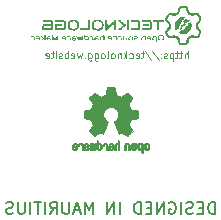
<source format=gbr>
G04 #@! TF.GenerationSoftware,KiCad,Pcbnew,(5.1.6)-1*
G04 #@! TF.CreationDate,2020-11-21T21:50:24+04:00*
G04 #@! TF.ProjectId,CH330N-USB-TO-UART-BOARD,43483333-304e-42d5-9553-422d544f2d55,rev?*
G04 #@! TF.SameCoordinates,Original*
G04 #@! TF.FileFunction,Legend,Bot*
G04 #@! TF.FilePolarity,Positive*
%FSLAX46Y46*%
G04 Gerber Fmt 4.6, Leading zero omitted, Abs format (unit mm)*
G04 Created by KiCad (PCBNEW (5.1.6)-1) date 2020-11-21 21:50:24*
%MOMM*%
%LPD*%
G01*
G04 APERTURE LIST*
%ADD10C,0.100000*%
%ADD11C,0.150000*%
%ADD12C,0.010000*%
G04 APERTURE END LIST*
D10*
X122000000Y-90271428D02*
X122000000Y-89671428D01*
X121742857Y-90271428D02*
X121742857Y-89957142D01*
X121771428Y-89900000D01*
X121828571Y-89871428D01*
X121914285Y-89871428D01*
X121971428Y-89900000D01*
X122000000Y-89928571D01*
X121542857Y-89871428D02*
X121314285Y-89871428D01*
X121457142Y-89671428D02*
X121457142Y-90185714D01*
X121428571Y-90242857D01*
X121371428Y-90271428D01*
X121314285Y-90271428D01*
X121200000Y-89871428D02*
X120971428Y-89871428D01*
X121114285Y-89671428D02*
X121114285Y-90185714D01*
X121085714Y-90242857D01*
X121028571Y-90271428D01*
X120971428Y-90271428D01*
X120771428Y-89871428D02*
X120771428Y-90471428D01*
X120771428Y-89900000D02*
X120714285Y-89871428D01*
X120600000Y-89871428D01*
X120542857Y-89900000D01*
X120514285Y-89928571D01*
X120485714Y-89985714D01*
X120485714Y-90157142D01*
X120514285Y-90214285D01*
X120542857Y-90242857D01*
X120600000Y-90271428D01*
X120714285Y-90271428D01*
X120771428Y-90242857D01*
X120257142Y-90242857D02*
X120200000Y-90271428D01*
X120085714Y-90271428D01*
X120028571Y-90242857D01*
X120000000Y-90185714D01*
X120000000Y-90157142D01*
X120028571Y-90100000D01*
X120085714Y-90071428D01*
X120171428Y-90071428D01*
X120228571Y-90042857D01*
X120257142Y-89985714D01*
X120257142Y-89957142D01*
X120228571Y-89900000D01*
X120171428Y-89871428D01*
X120085714Y-89871428D01*
X120028571Y-89900000D01*
X119742857Y-90214285D02*
X119714285Y-90242857D01*
X119742857Y-90271428D01*
X119771428Y-90242857D01*
X119742857Y-90214285D01*
X119742857Y-90271428D01*
X119742857Y-89900000D02*
X119714285Y-89928571D01*
X119742857Y-89957142D01*
X119771428Y-89928571D01*
X119742857Y-89900000D01*
X119742857Y-89957142D01*
X119028571Y-89642857D02*
X119542857Y-90414285D01*
X118400000Y-89642857D02*
X118914285Y-90414285D01*
X118285714Y-89871428D02*
X118057142Y-89871428D01*
X118199999Y-89671428D02*
X118199999Y-90185714D01*
X118171428Y-90242857D01*
X118114285Y-90271428D01*
X118057142Y-90271428D01*
X117628571Y-90242857D02*
X117685714Y-90271428D01*
X117799999Y-90271428D01*
X117857142Y-90242857D01*
X117885714Y-90185714D01*
X117885714Y-89957142D01*
X117857142Y-89900000D01*
X117799999Y-89871428D01*
X117685714Y-89871428D01*
X117628571Y-89900000D01*
X117599999Y-89957142D01*
X117599999Y-90014285D01*
X117885714Y-90071428D01*
X117085714Y-90242857D02*
X117142857Y-90271428D01*
X117257142Y-90271428D01*
X117314285Y-90242857D01*
X117342857Y-90214285D01*
X117371428Y-90157142D01*
X117371428Y-89985714D01*
X117342857Y-89928571D01*
X117314285Y-89900000D01*
X117257142Y-89871428D01*
X117142857Y-89871428D01*
X117085714Y-89900000D01*
X116828571Y-90271428D02*
X116828571Y-89671428D01*
X116771428Y-90042857D02*
X116599999Y-90271428D01*
X116599999Y-89871428D02*
X116828571Y-90100000D01*
X116342857Y-89871428D02*
X116342857Y-90271428D01*
X116342857Y-89928571D02*
X116314285Y-89900000D01*
X116257142Y-89871428D01*
X116171428Y-89871428D01*
X116114285Y-89900000D01*
X116085714Y-89957142D01*
X116085714Y-90271428D01*
X115714285Y-90271428D02*
X115771428Y-90242857D01*
X115799999Y-90214285D01*
X115828571Y-90157142D01*
X115828571Y-89985714D01*
X115799999Y-89928571D01*
X115771428Y-89900000D01*
X115714285Y-89871428D01*
X115628571Y-89871428D01*
X115571428Y-89900000D01*
X115542857Y-89928571D01*
X115514285Y-89985714D01*
X115514285Y-90157142D01*
X115542857Y-90214285D01*
X115571428Y-90242857D01*
X115628571Y-90271428D01*
X115714285Y-90271428D01*
X115171428Y-90271428D02*
X115228571Y-90242857D01*
X115257142Y-90185714D01*
X115257142Y-89671428D01*
X114857142Y-90271428D02*
X114914285Y-90242857D01*
X114942857Y-90214285D01*
X114971428Y-90157142D01*
X114971428Y-89985714D01*
X114942857Y-89928571D01*
X114914285Y-89900000D01*
X114857142Y-89871428D01*
X114771428Y-89871428D01*
X114714285Y-89900000D01*
X114685714Y-89928571D01*
X114657142Y-89985714D01*
X114657142Y-90157142D01*
X114685714Y-90214285D01*
X114714285Y-90242857D01*
X114771428Y-90271428D01*
X114857142Y-90271428D01*
X114142857Y-89871428D02*
X114142857Y-90357142D01*
X114171428Y-90414285D01*
X114199999Y-90442857D01*
X114257142Y-90471428D01*
X114342857Y-90471428D01*
X114399999Y-90442857D01*
X114142857Y-90242857D02*
X114199999Y-90271428D01*
X114314285Y-90271428D01*
X114371428Y-90242857D01*
X114399999Y-90214285D01*
X114428571Y-90157142D01*
X114428571Y-89985714D01*
X114399999Y-89928571D01*
X114371428Y-89900000D01*
X114314285Y-89871428D01*
X114199999Y-89871428D01*
X114142857Y-89900000D01*
X113599999Y-89871428D02*
X113599999Y-90357142D01*
X113628571Y-90414285D01*
X113657142Y-90442857D01*
X113714285Y-90471428D01*
X113799999Y-90471428D01*
X113857142Y-90442857D01*
X113599999Y-90242857D02*
X113657142Y-90271428D01*
X113771428Y-90271428D01*
X113828571Y-90242857D01*
X113857142Y-90214285D01*
X113885714Y-90157142D01*
X113885714Y-89985714D01*
X113857142Y-89928571D01*
X113828571Y-89900000D01*
X113771428Y-89871428D01*
X113657142Y-89871428D01*
X113599999Y-89900000D01*
X113314285Y-90214285D02*
X113285714Y-90242857D01*
X113314285Y-90271428D01*
X113342857Y-90242857D01*
X113314285Y-90214285D01*
X113314285Y-90271428D01*
X113085714Y-89871428D02*
X112971428Y-90271428D01*
X112857142Y-89985714D01*
X112742857Y-90271428D01*
X112628571Y-89871428D01*
X112171428Y-90242857D02*
X112228571Y-90271428D01*
X112342857Y-90271428D01*
X112399999Y-90242857D01*
X112428571Y-90185714D01*
X112428571Y-89957142D01*
X112399999Y-89900000D01*
X112342857Y-89871428D01*
X112228571Y-89871428D01*
X112171428Y-89900000D01*
X112142857Y-89957142D01*
X112142857Y-90014285D01*
X112428571Y-90071428D01*
X111885714Y-90271428D02*
X111885714Y-89671428D01*
X111885714Y-89900000D02*
X111828571Y-89871428D01*
X111714285Y-89871428D01*
X111657142Y-89900000D01*
X111628571Y-89928571D01*
X111599999Y-89985714D01*
X111599999Y-90157142D01*
X111628571Y-90214285D01*
X111657142Y-90242857D01*
X111714285Y-90271428D01*
X111828571Y-90271428D01*
X111885714Y-90242857D01*
X111371428Y-90242857D02*
X111314285Y-90271428D01*
X111199999Y-90271428D01*
X111142857Y-90242857D01*
X111114285Y-90185714D01*
X111114285Y-90157142D01*
X111142857Y-90100000D01*
X111199999Y-90071428D01*
X111285714Y-90071428D01*
X111342857Y-90042857D01*
X111371428Y-89985714D01*
X111371428Y-89957142D01*
X111342857Y-89900000D01*
X111285714Y-89871428D01*
X111199999Y-89871428D01*
X111142857Y-89900000D01*
X110857142Y-90271428D02*
X110857142Y-89871428D01*
X110857142Y-89671428D02*
X110885714Y-89700000D01*
X110857142Y-89728571D01*
X110828571Y-89700000D01*
X110857142Y-89671428D01*
X110857142Y-89728571D01*
X110657142Y-89871428D02*
X110428571Y-89871428D01*
X110571428Y-89671428D02*
X110571428Y-90185714D01*
X110542857Y-90242857D01*
X110485714Y-90271428D01*
X110428571Y-90271428D01*
X109999999Y-90242857D02*
X110057142Y-90271428D01*
X110171428Y-90271428D01*
X110228571Y-90242857D01*
X110257142Y-90185714D01*
X110257142Y-89957142D01*
X110228571Y-89900000D01*
X110171428Y-89871428D01*
X110057142Y-89871428D01*
X109999999Y-89900000D01*
X109971428Y-89957142D01*
X109971428Y-90014285D01*
X110257142Y-90071428D01*
D11*
X124309523Y-103452380D02*
X124309523Y-102452380D01*
X124071428Y-102452380D01*
X123928571Y-102500000D01*
X123833333Y-102595238D01*
X123785714Y-102690476D01*
X123738095Y-102880952D01*
X123738095Y-103023809D01*
X123785714Y-103214285D01*
X123833333Y-103309523D01*
X123928571Y-103404761D01*
X124071428Y-103452380D01*
X124309523Y-103452380D01*
X123309523Y-102928571D02*
X122976190Y-102928571D01*
X122833333Y-103452380D02*
X123309523Y-103452380D01*
X123309523Y-102452380D01*
X122833333Y-102452380D01*
X122452380Y-103404761D02*
X122309523Y-103452380D01*
X122071428Y-103452380D01*
X121976190Y-103404761D01*
X121928571Y-103357142D01*
X121880952Y-103261904D01*
X121880952Y-103166666D01*
X121928571Y-103071428D01*
X121976190Y-103023809D01*
X122071428Y-102976190D01*
X122261904Y-102928571D01*
X122357142Y-102880952D01*
X122404761Y-102833333D01*
X122452380Y-102738095D01*
X122452380Y-102642857D01*
X122404761Y-102547619D01*
X122357142Y-102500000D01*
X122261904Y-102452380D01*
X122023809Y-102452380D01*
X121880952Y-102500000D01*
X121452380Y-103452380D02*
X121452380Y-102452380D01*
X120452380Y-102500000D02*
X120547619Y-102452380D01*
X120690476Y-102452380D01*
X120833333Y-102500000D01*
X120928571Y-102595238D01*
X120976190Y-102690476D01*
X121023809Y-102880952D01*
X121023809Y-103023809D01*
X120976190Y-103214285D01*
X120928571Y-103309523D01*
X120833333Y-103404761D01*
X120690476Y-103452380D01*
X120595238Y-103452380D01*
X120452380Y-103404761D01*
X120404761Y-103357142D01*
X120404761Y-103023809D01*
X120595238Y-103023809D01*
X119976190Y-103452380D02*
X119976190Y-102452380D01*
X119404761Y-103452380D01*
X119404761Y-102452380D01*
X118928571Y-102928571D02*
X118595238Y-102928571D01*
X118452380Y-103452380D02*
X118928571Y-103452380D01*
X118928571Y-102452380D01*
X118452380Y-102452380D01*
X118023809Y-103452380D02*
X118023809Y-102452380D01*
X117785714Y-102452380D01*
X117642857Y-102500000D01*
X117547619Y-102595238D01*
X117500000Y-102690476D01*
X117452380Y-102880952D01*
X117452380Y-103023809D01*
X117500000Y-103214285D01*
X117547619Y-103309523D01*
X117642857Y-103404761D01*
X117785714Y-103452380D01*
X118023809Y-103452380D01*
X116261904Y-103452380D02*
X116261904Y-102452380D01*
X115785714Y-103452380D02*
X115785714Y-102452380D01*
X115214285Y-103452380D01*
X115214285Y-102452380D01*
X113976190Y-103452380D02*
X113976190Y-102452380D01*
X113642857Y-103166666D01*
X113309523Y-102452380D01*
X113309523Y-103452380D01*
X112880952Y-103166666D02*
X112404761Y-103166666D01*
X112976190Y-103452380D02*
X112642857Y-102452380D01*
X112309523Y-103452380D01*
X111976190Y-102452380D02*
X111976190Y-103261904D01*
X111928571Y-103357142D01*
X111880952Y-103404761D01*
X111785714Y-103452380D01*
X111595238Y-103452380D01*
X111500000Y-103404761D01*
X111452380Y-103357142D01*
X111404761Y-103261904D01*
X111404761Y-102452380D01*
X110357142Y-103452380D02*
X110690476Y-102976190D01*
X110928571Y-103452380D02*
X110928571Y-102452380D01*
X110547619Y-102452380D01*
X110452380Y-102500000D01*
X110404761Y-102547619D01*
X110357142Y-102642857D01*
X110357142Y-102785714D01*
X110404761Y-102880952D01*
X110452380Y-102928571D01*
X110547619Y-102976190D01*
X110928571Y-102976190D01*
X109928571Y-103452380D02*
X109928571Y-102452380D01*
X109595238Y-102452380D02*
X109023809Y-102452380D01*
X109309523Y-103452380D02*
X109309523Y-102452380D01*
X108690476Y-103452380D02*
X108690476Y-102452380D01*
X108214285Y-102452380D02*
X108214285Y-103261904D01*
X108166666Y-103357142D01*
X108119047Y-103404761D01*
X108023809Y-103452380D01*
X107833333Y-103452380D01*
X107738095Y-103404761D01*
X107690476Y-103357142D01*
X107642857Y-103261904D01*
X107642857Y-102452380D01*
X107214285Y-103404761D02*
X107071428Y-103452380D01*
X106833333Y-103452380D01*
X106738095Y-103404761D01*
X106690476Y-103357142D01*
X106642857Y-103261904D01*
X106642857Y-103166666D01*
X106690476Y-103071428D01*
X106738095Y-103023809D01*
X106833333Y-102976190D01*
X107023809Y-102928571D01*
X107119047Y-102880952D01*
X107166666Y-102833333D01*
X107214285Y-102738095D01*
X107214285Y-102642857D01*
X107166666Y-102547619D01*
X107119047Y-102500000D01*
X107023809Y-102452380D01*
X106785714Y-102452380D01*
X106642857Y-102500000D01*
D12*
G04 #@! TO.C,REF\u002A\u002A*
G36*
X115396090Y-92742348D02*
G01*
X115317546Y-92742778D01*
X115260702Y-92743942D01*
X115221895Y-92746207D01*
X115197462Y-92749940D01*
X115183738Y-92755506D01*
X115177060Y-92763273D01*
X115173764Y-92773605D01*
X115173444Y-92774943D01*
X115168438Y-92799079D01*
X115159171Y-92846701D01*
X115146608Y-92912741D01*
X115131713Y-92992128D01*
X115115449Y-93079796D01*
X115114881Y-93082875D01*
X115098590Y-93168789D01*
X115083348Y-93244696D01*
X115070139Y-93306045D01*
X115059946Y-93348282D01*
X115053752Y-93366855D01*
X115053457Y-93367184D01*
X115035212Y-93376253D01*
X114997595Y-93391367D01*
X114948729Y-93409262D01*
X114948457Y-93409358D01*
X114886907Y-93432493D01*
X114814343Y-93461965D01*
X114745943Y-93491597D01*
X114742706Y-93493062D01*
X114631298Y-93543626D01*
X114384601Y-93375160D01*
X114308923Y-93323803D01*
X114240369Y-93277889D01*
X114182912Y-93240030D01*
X114140524Y-93212837D01*
X114117175Y-93198921D01*
X114114958Y-93197889D01*
X114097990Y-93202484D01*
X114066299Y-93224655D01*
X114018648Y-93265447D01*
X113953802Y-93325905D01*
X113887603Y-93390227D01*
X113823786Y-93453612D01*
X113766671Y-93511451D01*
X113719695Y-93560175D01*
X113686297Y-93596210D01*
X113669915Y-93615984D01*
X113669306Y-93617002D01*
X113667495Y-93630572D01*
X113674317Y-93652733D01*
X113691460Y-93686478D01*
X113720607Y-93734800D01*
X113763445Y-93800692D01*
X113820552Y-93885517D01*
X113871234Y-93960177D01*
X113916539Y-94027140D01*
X113953850Y-94082516D01*
X113980548Y-94122420D01*
X113994015Y-94142962D01*
X113994863Y-94144356D01*
X113993219Y-94164038D01*
X113980755Y-94202293D01*
X113959952Y-94251889D01*
X113952538Y-94267728D01*
X113920186Y-94338290D01*
X113885672Y-94418353D01*
X113857635Y-94487629D01*
X113837432Y-94539045D01*
X113821385Y-94578119D01*
X113812112Y-94598541D01*
X113810959Y-94600114D01*
X113793904Y-94602721D01*
X113753702Y-94609863D01*
X113695698Y-94620523D01*
X113625237Y-94633685D01*
X113547665Y-94648333D01*
X113468328Y-94663449D01*
X113392569Y-94678018D01*
X113325736Y-94691022D01*
X113273172Y-94701445D01*
X113240224Y-94708270D01*
X113232143Y-94710199D01*
X113223795Y-94714962D01*
X113217494Y-94725718D01*
X113212955Y-94746098D01*
X113209896Y-94779734D01*
X113208033Y-94830255D01*
X113207082Y-94901292D01*
X113206760Y-94996476D01*
X113206743Y-95035492D01*
X113206743Y-95352799D01*
X113282943Y-95367839D01*
X113325337Y-95375995D01*
X113388600Y-95387899D01*
X113465038Y-95402116D01*
X113546957Y-95417210D01*
X113569600Y-95421355D01*
X113645194Y-95436053D01*
X113711047Y-95450505D01*
X113761634Y-95463375D01*
X113791426Y-95473322D01*
X113796388Y-95476287D01*
X113808574Y-95497283D01*
X113826047Y-95537967D01*
X113845423Y-95590322D01*
X113849266Y-95601600D01*
X113874661Y-95671523D01*
X113906183Y-95750418D01*
X113937031Y-95821266D01*
X113937183Y-95821595D01*
X113988553Y-95932733D01*
X113819601Y-96181253D01*
X113650648Y-96429772D01*
X113867571Y-96647058D01*
X113933181Y-96711726D01*
X113993021Y-96768733D01*
X114043733Y-96815033D01*
X114081954Y-96847584D01*
X114104325Y-96863343D01*
X114107534Y-96864343D01*
X114126374Y-96856469D01*
X114164820Y-96834578D01*
X114218670Y-96801267D01*
X114283724Y-96759131D01*
X114354060Y-96711943D01*
X114425445Y-96663810D01*
X114489092Y-96621928D01*
X114540959Y-96588871D01*
X114577005Y-96567218D01*
X114593133Y-96559543D01*
X114612811Y-96566037D01*
X114650125Y-96583150D01*
X114697379Y-96607326D01*
X114702388Y-96610013D01*
X114766023Y-96641927D01*
X114809659Y-96657579D01*
X114836798Y-96657745D01*
X114850943Y-96643204D01*
X114851025Y-96643000D01*
X114858095Y-96625779D01*
X114874958Y-96584899D01*
X114900305Y-96523525D01*
X114932829Y-96444819D01*
X114971222Y-96351947D01*
X115014178Y-96248072D01*
X115055778Y-96147502D01*
X115101496Y-96036516D01*
X115143474Y-95933703D01*
X115180452Y-95842215D01*
X115211173Y-95765201D01*
X115234378Y-95705815D01*
X115248810Y-95667209D01*
X115253257Y-95652800D01*
X115242104Y-95636272D01*
X115212931Y-95609930D01*
X115174029Y-95580887D01*
X115063243Y-95489039D01*
X114976649Y-95383759D01*
X114915284Y-95267266D01*
X114880185Y-95141776D01*
X114872392Y-95009507D01*
X114878057Y-94948457D01*
X114908922Y-94821795D01*
X114962080Y-94709941D01*
X115034233Y-94614001D01*
X115122083Y-94535076D01*
X115222335Y-94474270D01*
X115331690Y-94432687D01*
X115446853Y-94411428D01*
X115564525Y-94411599D01*
X115681410Y-94434301D01*
X115794211Y-94480638D01*
X115899631Y-94551713D01*
X115943632Y-94591911D01*
X116028021Y-94695129D01*
X116086778Y-94807925D01*
X116120296Y-94927010D01*
X116128965Y-95049095D01*
X116113177Y-95170893D01*
X116073322Y-95289116D01*
X116009793Y-95400475D01*
X115922979Y-95501684D01*
X115825971Y-95580887D01*
X115785563Y-95611162D01*
X115757018Y-95637219D01*
X115746743Y-95652825D01*
X115752123Y-95669843D01*
X115767425Y-95710500D01*
X115791388Y-95771642D01*
X115822756Y-95850119D01*
X115860268Y-95942780D01*
X115902667Y-96046472D01*
X115944337Y-96147526D01*
X115990310Y-96258607D01*
X116032893Y-96361541D01*
X116070779Y-96453165D01*
X116102660Y-96530316D01*
X116127229Y-96589831D01*
X116143180Y-96628544D01*
X116149090Y-96643000D01*
X116163052Y-96657685D01*
X116190060Y-96657642D01*
X116233587Y-96642099D01*
X116297110Y-96610284D01*
X116297612Y-96610013D01*
X116345440Y-96585323D01*
X116384103Y-96567338D01*
X116405905Y-96559614D01*
X116406867Y-96559543D01*
X116423279Y-96567378D01*
X116459513Y-96589165D01*
X116511526Y-96622328D01*
X116575275Y-96664291D01*
X116645940Y-96711943D01*
X116717884Y-96760191D01*
X116782726Y-96802151D01*
X116836265Y-96835227D01*
X116874303Y-96856821D01*
X116892467Y-96864343D01*
X116909192Y-96854457D01*
X116942820Y-96826826D01*
X116989990Y-96784495D01*
X117047342Y-96730505D01*
X117111516Y-96667899D01*
X117132503Y-96646983D01*
X117349501Y-96429623D01*
X117184332Y-96187220D01*
X117134136Y-96112781D01*
X117090081Y-96045972D01*
X117054638Y-95990665D01*
X117030281Y-95950729D01*
X117019478Y-95930036D01*
X117019162Y-95928563D01*
X117024857Y-95909058D01*
X117040174Y-95869822D01*
X117062463Y-95817430D01*
X117078107Y-95782355D01*
X117107359Y-95715201D01*
X117134906Y-95647358D01*
X117156263Y-95590034D01*
X117162065Y-95572572D01*
X117178548Y-95525938D01*
X117194660Y-95489905D01*
X117203510Y-95476287D01*
X117223040Y-95467952D01*
X117265666Y-95456137D01*
X117325855Y-95442181D01*
X117398078Y-95427422D01*
X117430400Y-95421355D01*
X117512478Y-95406273D01*
X117591205Y-95391669D01*
X117658891Y-95378980D01*
X117707840Y-95369642D01*
X117717057Y-95367839D01*
X117793257Y-95352799D01*
X117793257Y-95035492D01*
X117793086Y-94931154D01*
X117792384Y-94852213D01*
X117790866Y-94795038D01*
X117788251Y-94755999D01*
X117784254Y-94731465D01*
X117778591Y-94717805D01*
X117770980Y-94711389D01*
X117767857Y-94710199D01*
X117749022Y-94705980D01*
X117707412Y-94697562D01*
X117648370Y-94685961D01*
X117577243Y-94672195D01*
X117499375Y-94657280D01*
X117420113Y-94642232D01*
X117344802Y-94628069D01*
X117278787Y-94615806D01*
X117227413Y-94606461D01*
X117196025Y-94601050D01*
X117189041Y-94600114D01*
X117182715Y-94587596D01*
X117168710Y-94554246D01*
X117149645Y-94506377D01*
X117142366Y-94487629D01*
X117113004Y-94415195D01*
X117078429Y-94335170D01*
X117047463Y-94267728D01*
X117024677Y-94216159D01*
X117009518Y-94173785D01*
X117004458Y-94147834D01*
X117005264Y-94144356D01*
X117015959Y-94127936D01*
X117040380Y-94091417D01*
X117075905Y-94038687D01*
X117119913Y-93973635D01*
X117169783Y-93900151D01*
X117179644Y-93885645D01*
X117237508Y-93799704D01*
X117280044Y-93734261D01*
X117308946Y-93686304D01*
X117325910Y-93652820D01*
X117332633Y-93630795D01*
X117330810Y-93617217D01*
X117330764Y-93617131D01*
X117316414Y-93599297D01*
X117284677Y-93564817D01*
X117238990Y-93517268D01*
X117182796Y-93460222D01*
X117119532Y-93397255D01*
X117112398Y-93390227D01*
X117032670Y-93313020D01*
X116971143Y-93256330D01*
X116926579Y-93219110D01*
X116897743Y-93200315D01*
X116885042Y-93197889D01*
X116866506Y-93208471D01*
X116828039Y-93232916D01*
X116773614Y-93268612D01*
X116707202Y-93312947D01*
X116632775Y-93363311D01*
X116615399Y-93375160D01*
X116368703Y-93543626D01*
X116257294Y-93493062D01*
X116189543Y-93463595D01*
X116116817Y-93433959D01*
X116054297Y-93410330D01*
X116051543Y-93409358D01*
X116002640Y-93391457D01*
X115964943Y-93376320D01*
X115946575Y-93367210D01*
X115946544Y-93367184D01*
X115940715Y-93350717D01*
X115930808Y-93310219D01*
X115917805Y-93250242D01*
X115902691Y-93175340D01*
X115886448Y-93090064D01*
X115885119Y-93082875D01*
X115868825Y-92995014D01*
X115853867Y-92915260D01*
X115841209Y-92848681D01*
X115831814Y-92800347D01*
X115826646Y-92775325D01*
X115826556Y-92774943D01*
X115823411Y-92764299D01*
X115817296Y-92756262D01*
X115804547Y-92750467D01*
X115781500Y-92746547D01*
X115744491Y-92744135D01*
X115689856Y-92742865D01*
X115613933Y-92742371D01*
X115513056Y-92742286D01*
X115500000Y-92742286D01*
X115396090Y-92742348D01*
G37*
X115396090Y-92742348D02*
X115317546Y-92742778D01*
X115260702Y-92743942D01*
X115221895Y-92746207D01*
X115197462Y-92749940D01*
X115183738Y-92755506D01*
X115177060Y-92763273D01*
X115173764Y-92773605D01*
X115173444Y-92774943D01*
X115168438Y-92799079D01*
X115159171Y-92846701D01*
X115146608Y-92912741D01*
X115131713Y-92992128D01*
X115115449Y-93079796D01*
X115114881Y-93082875D01*
X115098590Y-93168789D01*
X115083348Y-93244696D01*
X115070139Y-93306045D01*
X115059946Y-93348282D01*
X115053752Y-93366855D01*
X115053457Y-93367184D01*
X115035212Y-93376253D01*
X114997595Y-93391367D01*
X114948729Y-93409262D01*
X114948457Y-93409358D01*
X114886907Y-93432493D01*
X114814343Y-93461965D01*
X114745943Y-93491597D01*
X114742706Y-93493062D01*
X114631298Y-93543626D01*
X114384601Y-93375160D01*
X114308923Y-93323803D01*
X114240369Y-93277889D01*
X114182912Y-93240030D01*
X114140524Y-93212837D01*
X114117175Y-93198921D01*
X114114958Y-93197889D01*
X114097990Y-93202484D01*
X114066299Y-93224655D01*
X114018648Y-93265447D01*
X113953802Y-93325905D01*
X113887603Y-93390227D01*
X113823786Y-93453612D01*
X113766671Y-93511451D01*
X113719695Y-93560175D01*
X113686297Y-93596210D01*
X113669915Y-93615984D01*
X113669306Y-93617002D01*
X113667495Y-93630572D01*
X113674317Y-93652733D01*
X113691460Y-93686478D01*
X113720607Y-93734800D01*
X113763445Y-93800692D01*
X113820552Y-93885517D01*
X113871234Y-93960177D01*
X113916539Y-94027140D01*
X113953850Y-94082516D01*
X113980548Y-94122420D01*
X113994015Y-94142962D01*
X113994863Y-94144356D01*
X113993219Y-94164038D01*
X113980755Y-94202293D01*
X113959952Y-94251889D01*
X113952538Y-94267728D01*
X113920186Y-94338290D01*
X113885672Y-94418353D01*
X113857635Y-94487629D01*
X113837432Y-94539045D01*
X113821385Y-94578119D01*
X113812112Y-94598541D01*
X113810959Y-94600114D01*
X113793904Y-94602721D01*
X113753702Y-94609863D01*
X113695698Y-94620523D01*
X113625237Y-94633685D01*
X113547665Y-94648333D01*
X113468328Y-94663449D01*
X113392569Y-94678018D01*
X113325736Y-94691022D01*
X113273172Y-94701445D01*
X113240224Y-94708270D01*
X113232143Y-94710199D01*
X113223795Y-94714962D01*
X113217494Y-94725718D01*
X113212955Y-94746098D01*
X113209896Y-94779734D01*
X113208033Y-94830255D01*
X113207082Y-94901292D01*
X113206760Y-94996476D01*
X113206743Y-95035492D01*
X113206743Y-95352799D01*
X113282943Y-95367839D01*
X113325337Y-95375995D01*
X113388600Y-95387899D01*
X113465038Y-95402116D01*
X113546957Y-95417210D01*
X113569600Y-95421355D01*
X113645194Y-95436053D01*
X113711047Y-95450505D01*
X113761634Y-95463375D01*
X113791426Y-95473322D01*
X113796388Y-95476287D01*
X113808574Y-95497283D01*
X113826047Y-95537967D01*
X113845423Y-95590322D01*
X113849266Y-95601600D01*
X113874661Y-95671523D01*
X113906183Y-95750418D01*
X113937031Y-95821266D01*
X113937183Y-95821595D01*
X113988553Y-95932733D01*
X113819601Y-96181253D01*
X113650648Y-96429772D01*
X113867571Y-96647058D01*
X113933181Y-96711726D01*
X113993021Y-96768733D01*
X114043733Y-96815033D01*
X114081954Y-96847584D01*
X114104325Y-96863343D01*
X114107534Y-96864343D01*
X114126374Y-96856469D01*
X114164820Y-96834578D01*
X114218670Y-96801267D01*
X114283724Y-96759131D01*
X114354060Y-96711943D01*
X114425445Y-96663810D01*
X114489092Y-96621928D01*
X114540959Y-96588871D01*
X114577005Y-96567218D01*
X114593133Y-96559543D01*
X114612811Y-96566037D01*
X114650125Y-96583150D01*
X114697379Y-96607326D01*
X114702388Y-96610013D01*
X114766023Y-96641927D01*
X114809659Y-96657579D01*
X114836798Y-96657745D01*
X114850943Y-96643204D01*
X114851025Y-96643000D01*
X114858095Y-96625779D01*
X114874958Y-96584899D01*
X114900305Y-96523525D01*
X114932829Y-96444819D01*
X114971222Y-96351947D01*
X115014178Y-96248072D01*
X115055778Y-96147502D01*
X115101496Y-96036516D01*
X115143474Y-95933703D01*
X115180452Y-95842215D01*
X115211173Y-95765201D01*
X115234378Y-95705815D01*
X115248810Y-95667209D01*
X115253257Y-95652800D01*
X115242104Y-95636272D01*
X115212931Y-95609930D01*
X115174029Y-95580887D01*
X115063243Y-95489039D01*
X114976649Y-95383759D01*
X114915284Y-95267266D01*
X114880185Y-95141776D01*
X114872392Y-95009507D01*
X114878057Y-94948457D01*
X114908922Y-94821795D01*
X114962080Y-94709941D01*
X115034233Y-94614001D01*
X115122083Y-94535076D01*
X115222335Y-94474270D01*
X115331690Y-94432687D01*
X115446853Y-94411428D01*
X115564525Y-94411599D01*
X115681410Y-94434301D01*
X115794211Y-94480638D01*
X115899631Y-94551713D01*
X115943632Y-94591911D01*
X116028021Y-94695129D01*
X116086778Y-94807925D01*
X116120296Y-94927010D01*
X116128965Y-95049095D01*
X116113177Y-95170893D01*
X116073322Y-95289116D01*
X116009793Y-95400475D01*
X115922979Y-95501684D01*
X115825971Y-95580887D01*
X115785563Y-95611162D01*
X115757018Y-95637219D01*
X115746743Y-95652825D01*
X115752123Y-95669843D01*
X115767425Y-95710500D01*
X115791388Y-95771642D01*
X115822756Y-95850119D01*
X115860268Y-95942780D01*
X115902667Y-96046472D01*
X115944337Y-96147526D01*
X115990310Y-96258607D01*
X116032893Y-96361541D01*
X116070779Y-96453165D01*
X116102660Y-96530316D01*
X116127229Y-96589831D01*
X116143180Y-96628544D01*
X116149090Y-96643000D01*
X116163052Y-96657685D01*
X116190060Y-96657642D01*
X116233587Y-96642099D01*
X116297110Y-96610284D01*
X116297612Y-96610013D01*
X116345440Y-96585323D01*
X116384103Y-96567338D01*
X116405905Y-96559614D01*
X116406867Y-96559543D01*
X116423279Y-96567378D01*
X116459513Y-96589165D01*
X116511526Y-96622328D01*
X116575275Y-96664291D01*
X116645940Y-96711943D01*
X116717884Y-96760191D01*
X116782726Y-96802151D01*
X116836265Y-96835227D01*
X116874303Y-96856821D01*
X116892467Y-96864343D01*
X116909192Y-96854457D01*
X116942820Y-96826826D01*
X116989990Y-96784495D01*
X117047342Y-96730505D01*
X117111516Y-96667899D01*
X117132503Y-96646983D01*
X117349501Y-96429623D01*
X117184332Y-96187220D01*
X117134136Y-96112781D01*
X117090081Y-96045972D01*
X117054638Y-95990665D01*
X117030281Y-95950729D01*
X117019478Y-95930036D01*
X117019162Y-95928563D01*
X117024857Y-95909058D01*
X117040174Y-95869822D01*
X117062463Y-95817430D01*
X117078107Y-95782355D01*
X117107359Y-95715201D01*
X117134906Y-95647358D01*
X117156263Y-95590034D01*
X117162065Y-95572572D01*
X117178548Y-95525938D01*
X117194660Y-95489905D01*
X117203510Y-95476287D01*
X117223040Y-95467952D01*
X117265666Y-95456137D01*
X117325855Y-95442181D01*
X117398078Y-95427422D01*
X117430400Y-95421355D01*
X117512478Y-95406273D01*
X117591205Y-95391669D01*
X117658891Y-95378980D01*
X117707840Y-95369642D01*
X117717057Y-95367839D01*
X117793257Y-95352799D01*
X117793257Y-95035492D01*
X117793086Y-94931154D01*
X117792384Y-94852213D01*
X117790866Y-94795038D01*
X117788251Y-94755999D01*
X117784254Y-94731465D01*
X117778591Y-94717805D01*
X117770980Y-94711389D01*
X117767857Y-94710199D01*
X117749022Y-94705980D01*
X117707412Y-94697562D01*
X117648370Y-94685961D01*
X117577243Y-94672195D01*
X117499375Y-94657280D01*
X117420113Y-94642232D01*
X117344802Y-94628069D01*
X117278787Y-94615806D01*
X117227413Y-94606461D01*
X117196025Y-94601050D01*
X117189041Y-94600114D01*
X117182715Y-94587596D01*
X117168710Y-94554246D01*
X117149645Y-94506377D01*
X117142366Y-94487629D01*
X117113004Y-94415195D01*
X117078429Y-94335170D01*
X117047463Y-94267728D01*
X117024677Y-94216159D01*
X117009518Y-94173785D01*
X117004458Y-94147834D01*
X117005264Y-94144356D01*
X117015959Y-94127936D01*
X117040380Y-94091417D01*
X117075905Y-94038687D01*
X117119913Y-93973635D01*
X117169783Y-93900151D01*
X117179644Y-93885645D01*
X117237508Y-93799704D01*
X117280044Y-93734261D01*
X117308946Y-93686304D01*
X117325910Y-93652820D01*
X117332633Y-93630795D01*
X117330810Y-93617217D01*
X117330764Y-93617131D01*
X117316414Y-93599297D01*
X117284677Y-93564817D01*
X117238990Y-93517268D01*
X117182796Y-93460222D01*
X117119532Y-93397255D01*
X117112398Y-93390227D01*
X117032670Y-93313020D01*
X116971143Y-93256330D01*
X116926579Y-93219110D01*
X116897743Y-93200315D01*
X116885042Y-93197889D01*
X116866506Y-93208471D01*
X116828039Y-93232916D01*
X116773614Y-93268612D01*
X116707202Y-93312947D01*
X116632775Y-93363311D01*
X116615399Y-93375160D01*
X116368703Y-93543626D01*
X116257294Y-93493062D01*
X116189543Y-93463595D01*
X116116817Y-93433959D01*
X116054297Y-93410330D01*
X116051543Y-93409358D01*
X116002640Y-93391457D01*
X115964943Y-93376320D01*
X115946575Y-93367210D01*
X115946544Y-93367184D01*
X115940715Y-93350717D01*
X115930808Y-93310219D01*
X115917805Y-93250242D01*
X115902691Y-93175340D01*
X115886448Y-93090064D01*
X115885119Y-93082875D01*
X115868825Y-92995014D01*
X115853867Y-92915260D01*
X115841209Y-92848681D01*
X115831814Y-92800347D01*
X115826646Y-92775325D01*
X115826556Y-92774943D01*
X115823411Y-92764299D01*
X115817296Y-92756262D01*
X115804547Y-92750467D01*
X115781500Y-92746547D01*
X115744491Y-92744135D01*
X115689856Y-92742865D01*
X115613933Y-92742371D01*
X115513056Y-92742286D01*
X115500000Y-92742286D01*
X115396090Y-92742348D01*
G36*
X112346405Y-97466966D02*
G01*
X112288979Y-97504497D01*
X112261281Y-97538096D01*
X112239338Y-97599064D01*
X112237595Y-97647308D01*
X112241543Y-97711816D01*
X112390314Y-97776934D01*
X112462651Y-97810202D01*
X112509916Y-97836964D01*
X112534493Y-97860144D01*
X112538763Y-97882667D01*
X112525111Y-97907455D01*
X112510057Y-97923886D01*
X112466254Y-97950235D01*
X112418611Y-97952081D01*
X112374855Y-97931546D01*
X112342711Y-97890752D01*
X112336962Y-97876347D01*
X112309424Y-97831356D01*
X112277742Y-97812182D01*
X112234286Y-97795779D01*
X112234286Y-97857966D01*
X112238128Y-97900283D01*
X112253177Y-97935969D01*
X112284720Y-97976943D01*
X112289408Y-97982267D01*
X112324494Y-98018720D01*
X112354653Y-98038283D01*
X112392385Y-98047283D01*
X112423665Y-98050230D01*
X112479615Y-98050965D01*
X112519445Y-98041660D01*
X112544292Y-98027846D01*
X112583344Y-97997467D01*
X112610375Y-97964613D01*
X112627483Y-97923294D01*
X112636762Y-97867521D01*
X112640307Y-97791305D01*
X112640590Y-97752622D01*
X112639628Y-97706247D01*
X112551993Y-97706247D01*
X112550977Y-97731126D01*
X112548444Y-97735200D01*
X112531726Y-97729665D01*
X112495751Y-97715017D01*
X112447669Y-97694190D01*
X112437614Y-97689714D01*
X112376848Y-97658814D01*
X112343368Y-97631657D01*
X112336010Y-97606220D01*
X112353609Y-97580481D01*
X112368144Y-97569109D01*
X112420590Y-97546364D01*
X112469678Y-97550122D01*
X112510773Y-97577884D01*
X112539242Y-97627152D01*
X112548369Y-97666257D01*
X112551993Y-97706247D01*
X112639628Y-97706247D01*
X112638715Y-97662249D01*
X112631804Y-97595384D01*
X112618116Y-97546695D01*
X112595904Y-97510849D01*
X112563426Y-97482513D01*
X112549267Y-97473355D01*
X112484947Y-97449507D01*
X112414527Y-97448006D01*
X112346405Y-97466966D01*
G37*
X112346405Y-97466966D02*
X112288979Y-97504497D01*
X112261281Y-97538096D01*
X112239338Y-97599064D01*
X112237595Y-97647308D01*
X112241543Y-97711816D01*
X112390314Y-97776934D01*
X112462651Y-97810202D01*
X112509916Y-97836964D01*
X112534493Y-97860144D01*
X112538763Y-97882667D01*
X112525111Y-97907455D01*
X112510057Y-97923886D01*
X112466254Y-97950235D01*
X112418611Y-97952081D01*
X112374855Y-97931546D01*
X112342711Y-97890752D01*
X112336962Y-97876347D01*
X112309424Y-97831356D01*
X112277742Y-97812182D01*
X112234286Y-97795779D01*
X112234286Y-97857966D01*
X112238128Y-97900283D01*
X112253177Y-97935969D01*
X112284720Y-97976943D01*
X112289408Y-97982267D01*
X112324494Y-98018720D01*
X112354653Y-98038283D01*
X112392385Y-98047283D01*
X112423665Y-98050230D01*
X112479615Y-98050965D01*
X112519445Y-98041660D01*
X112544292Y-98027846D01*
X112583344Y-97997467D01*
X112610375Y-97964613D01*
X112627483Y-97923294D01*
X112636762Y-97867521D01*
X112640307Y-97791305D01*
X112640590Y-97752622D01*
X112639628Y-97706247D01*
X112551993Y-97706247D01*
X112550977Y-97731126D01*
X112548444Y-97735200D01*
X112531726Y-97729665D01*
X112495751Y-97715017D01*
X112447669Y-97694190D01*
X112437614Y-97689714D01*
X112376848Y-97658814D01*
X112343368Y-97631657D01*
X112336010Y-97606220D01*
X112353609Y-97580481D01*
X112368144Y-97569109D01*
X112420590Y-97546364D01*
X112469678Y-97550122D01*
X112510773Y-97577884D01*
X112539242Y-97627152D01*
X112548369Y-97666257D01*
X112551993Y-97706247D01*
X112639628Y-97706247D01*
X112638715Y-97662249D01*
X112631804Y-97595384D01*
X112618116Y-97546695D01*
X112595904Y-97510849D01*
X112563426Y-97482513D01*
X112549267Y-97473355D01*
X112484947Y-97449507D01*
X112414527Y-97448006D01*
X112346405Y-97466966D01*
G36*
X112847400Y-97458752D02*
G01*
X112830052Y-97466334D01*
X112788644Y-97499128D01*
X112753235Y-97546547D01*
X112731336Y-97597151D01*
X112727771Y-97622098D01*
X112739721Y-97656927D01*
X112765933Y-97675357D01*
X112794036Y-97686516D01*
X112806905Y-97688572D01*
X112813171Y-97673649D01*
X112825544Y-97641175D01*
X112830972Y-97626502D01*
X112861410Y-97575744D01*
X112905480Y-97550427D01*
X112961990Y-97551206D01*
X112966175Y-97552203D01*
X112996345Y-97566507D01*
X113018524Y-97594393D01*
X113033673Y-97639287D01*
X113042750Y-97704615D01*
X113046714Y-97793804D01*
X113047086Y-97841261D01*
X113047270Y-97916071D01*
X113048478Y-97967069D01*
X113051691Y-97999471D01*
X113057891Y-98018495D01*
X113068060Y-98029356D01*
X113083181Y-98037272D01*
X113084054Y-98037670D01*
X113113172Y-98049981D01*
X113127597Y-98054514D01*
X113129814Y-98040809D01*
X113131711Y-98002925D01*
X113133153Y-97945715D01*
X113134002Y-97874027D01*
X113134171Y-97821565D01*
X113133308Y-97720047D01*
X113129930Y-97643032D01*
X113122858Y-97586023D01*
X113110912Y-97544526D01*
X113092910Y-97514043D01*
X113067673Y-97490080D01*
X113042753Y-97473355D01*
X112982829Y-97451097D01*
X112913089Y-97446076D01*
X112847400Y-97458752D01*
G37*
X112847400Y-97458752D02*
X112830052Y-97466334D01*
X112788644Y-97499128D01*
X112753235Y-97546547D01*
X112731336Y-97597151D01*
X112727771Y-97622098D01*
X112739721Y-97656927D01*
X112765933Y-97675357D01*
X112794036Y-97686516D01*
X112806905Y-97688572D01*
X112813171Y-97673649D01*
X112825544Y-97641175D01*
X112830972Y-97626502D01*
X112861410Y-97575744D01*
X112905480Y-97550427D01*
X112961990Y-97551206D01*
X112966175Y-97552203D01*
X112996345Y-97566507D01*
X113018524Y-97594393D01*
X113033673Y-97639287D01*
X113042750Y-97704615D01*
X113046714Y-97793804D01*
X113047086Y-97841261D01*
X113047270Y-97916071D01*
X113048478Y-97967069D01*
X113051691Y-97999471D01*
X113057891Y-98018495D01*
X113068060Y-98029356D01*
X113083181Y-98037272D01*
X113084054Y-98037670D01*
X113113172Y-98049981D01*
X113127597Y-98054514D01*
X113129814Y-98040809D01*
X113131711Y-98002925D01*
X113133153Y-97945715D01*
X113134002Y-97874027D01*
X113134171Y-97821565D01*
X113133308Y-97720047D01*
X113129930Y-97643032D01*
X113122858Y-97586023D01*
X113110912Y-97544526D01*
X113092910Y-97514043D01*
X113067673Y-97490080D01*
X113042753Y-97473355D01*
X112982829Y-97451097D01*
X112913089Y-97446076D01*
X112847400Y-97458752D01*
G36*
X113355124Y-97456335D02*
G01*
X113313333Y-97475344D01*
X113280531Y-97498378D01*
X113256497Y-97524133D01*
X113239903Y-97557358D01*
X113229423Y-97602800D01*
X113223729Y-97665207D01*
X113221493Y-97749327D01*
X113221257Y-97804721D01*
X113221257Y-98020826D01*
X113258226Y-98037670D01*
X113287344Y-98049981D01*
X113301769Y-98054514D01*
X113304528Y-98041025D01*
X113306718Y-98004653D01*
X113308058Y-97951542D01*
X113308343Y-97909372D01*
X113309566Y-97848447D01*
X113312864Y-97800115D01*
X113317679Y-97770518D01*
X113321504Y-97764229D01*
X113347217Y-97770652D01*
X113387582Y-97787125D01*
X113434321Y-97809458D01*
X113479155Y-97833457D01*
X113513807Y-97854930D01*
X113529998Y-97869685D01*
X113530062Y-97869845D01*
X113528670Y-97897152D01*
X113516182Y-97923219D01*
X113494257Y-97944392D01*
X113462257Y-97951474D01*
X113434908Y-97950649D01*
X113396174Y-97950042D01*
X113375842Y-97959116D01*
X113363631Y-97983092D01*
X113362091Y-97987613D01*
X113356797Y-98021806D01*
X113370953Y-98042568D01*
X113407852Y-98052462D01*
X113447711Y-98054292D01*
X113519438Y-98040727D01*
X113556568Y-98021355D01*
X113602424Y-97975845D01*
X113626744Y-97919983D01*
X113628927Y-97860957D01*
X113608371Y-97805953D01*
X113577451Y-97771486D01*
X113546580Y-97752189D01*
X113498058Y-97727759D01*
X113441515Y-97702985D01*
X113432090Y-97699199D01*
X113369981Y-97671791D01*
X113334178Y-97647634D01*
X113322663Y-97623619D01*
X113333420Y-97596635D01*
X113351886Y-97575543D01*
X113395531Y-97549572D01*
X113443554Y-97547624D01*
X113487594Y-97567637D01*
X113519291Y-97607551D01*
X113523451Y-97617848D01*
X113547673Y-97655724D01*
X113583035Y-97683842D01*
X113627657Y-97706917D01*
X113627657Y-97641485D01*
X113625031Y-97601506D01*
X113613770Y-97569997D01*
X113588801Y-97536378D01*
X113564831Y-97510484D01*
X113527559Y-97473817D01*
X113498599Y-97454121D01*
X113467495Y-97446220D01*
X113432287Y-97444914D01*
X113355124Y-97456335D01*
G37*
X113355124Y-97456335D02*
X113313333Y-97475344D01*
X113280531Y-97498378D01*
X113256497Y-97524133D01*
X113239903Y-97557358D01*
X113229423Y-97602800D01*
X113223729Y-97665207D01*
X113221493Y-97749327D01*
X113221257Y-97804721D01*
X113221257Y-98020826D01*
X113258226Y-98037670D01*
X113287344Y-98049981D01*
X113301769Y-98054514D01*
X113304528Y-98041025D01*
X113306718Y-98004653D01*
X113308058Y-97951542D01*
X113308343Y-97909372D01*
X113309566Y-97848447D01*
X113312864Y-97800115D01*
X113317679Y-97770518D01*
X113321504Y-97764229D01*
X113347217Y-97770652D01*
X113387582Y-97787125D01*
X113434321Y-97809458D01*
X113479155Y-97833457D01*
X113513807Y-97854930D01*
X113529998Y-97869685D01*
X113530062Y-97869845D01*
X113528670Y-97897152D01*
X113516182Y-97923219D01*
X113494257Y-97944392D01*
X113462257Y-97951474D01*
X113434908Y-97950649D01*
X113396174Y-97950042D01*
X113375842Y-97959116D01*
X113363631Y-97983092D01*
X113362091Y-97987613D01*
X113356797Y-98021806D01*
X113370953Y-98042568D01*
X113407852Y-98052462D01*
X113447711Y-98054292D01*
X113519438Y-98040727D01*
X113556568Y-98021355D01*
X113602424Y-97975845D01*
X113626744Y-97919983D01*
X113628927Y-97860957D01*
X113608371Y-97805953D01*
X113577451Y-97771486D01*
X113546580Y-97752189D01*
X113498058Y-97727759D01*
X113441515Y-97702985D01*
X113432090Y-97699199D01*
X113369981Y-97671791D01*
X113334178Y-97647634D01*
X113322663Y-97623619D01*
X113333420Y-97596635D01*
X113351886Y-97575543D01*
X113395531Y-97549572D01*
X113443554Y-97547624D01*
X113487594Y-97567637D01*
X113519291Y-97607551D01*
X113523451Y-97617848D01*
X113547673Y-97655724D01*
X113583035Y-97683842D01*
X113627657Y-97706917D01*
X113627657Y-97641485D01*
X113625031Y-97601506D01*
X113613770Y-97569997D01*
X113588801Y-97536378D01*
X113564831Y-97510484D01*
X113527559Y-97473817D01*
X113498599Y-97454121D01*
X113467495Y-97446220D01*
X113432287Y-97444914D01*
X113355124Y-97456335D01*
G36*
X113720167Y-97458663D02*
G01*
X113717952Y-97496850D01*
X113716216Y-97554886D01*
X113715101Y-97628180D01*
X113714743Y-97705055D01*
X113714743Y-97965196D01*
X113760674Y-98011127D01*
X113792325Y-98039429D01*
X113820110Y-98050893D01*
X113858085Y-98050168D01*
X113873160Y-98048321D01*
X113920274Y-98042948D01*
X113959244Y-98039869D01*
X113968743Y-98039585D01*
X114000767Y-98041445D01*
X114046568Y-98046114D01*
X114064326Y-98048321D01*
X114107943Y-98051735D01*
X114137255Y-98044320D01*
X114166320Y-98021427D01*
X114176812Y-98011127D01*
X114222743Y-97965196D01*
X114222743Y-97478602D01*
X114185774Y-97461758D01*
X114153941Y-97449282D01*
X114135317Y-97444914D01*
X114130542Y-97458718D01*
X114126079Y-97497286D01*
X114122225Y-97556356D01*
X114119278Y-97631663D01*
X114117857Y-97695286D01*
X114113886Y-97945657D01*
X114079241Y-97950556D01*
X114047732Y-97947131D01*
X114032292Y-97936041D01*
X114027977Y-97915308D01*
X114024292Y-97871145D01*
X114021531Y-97809146D01*
X114019988Y-97734909D01*
X114019765Y-97696706D01*
X114019543Y-97476783D01*
X113973834Y-97460849D01*
X113941482Y-97450015D01*
X113923885Y-97444962D01*
X113923377Y-97444914D01*
X113921612Y-97458648D01*
X113919671Y-97496730D01*
X113917718Y-97554482D01*
X113915916Y-97627227D01*
X113914657Y-97695286D01*
X113910686Y-97945657D01*
X113823600Y-97945657D01*
X113819604Y-97717240D01*
X113815608Y-97488822D01*
X113773153Y-97466868D01*
X113741808Y-97451793D01*
X113723256Y-97444951D01*
X113722721Y-97444914D01*
X113720167Y-97458663D01*
G37*
X113720167Y-97458663D02*
X113717952Y-97496850D01*
X113716216Y-97554886D01*
X113715101Y-97628180D01*
X113714743Y-97705055D01*
X113714743Y-97965196D01*
X113760674Y-98011127D01*
X113792325Y-98039429D01*
X113820110Y-98050893D01*
X113858085Y-98050168D01*
X113873160Y-98048321D01*
X113920274Y-98042948D01*
X113959244Y-98039869D01*
X113968743Y-98039585D01*
X114000767Y-98041445D01*
X114046568Y-98046114D01*
X114064326Y-98048321D01*
X114107943Y-98051735D01*
X114137255Y-98044320D01*
X114166320Y-98021427D01*
X114176812Y-98011127D01*
X114222743Y-97965196D01*
X114222743Y-97478602D01*
X114185774Y-97461758D01*
X114153941Y-97449282D01*
X114135317Y-97444914D01*
X114130542Y-97458718D01*
X114126079Y-97497286D01*
X114122225Y-97556356D01*
X114119278Y-97631663D01*
X114117857Y-97695286D01*
X114113886Y-97945657D01*
X114079241Y-97950556D01*
X114047732Y-97947131D01*
X114032292Y-97936041D01*
X114027977Y-97915308D01*
X114024292Y-97871145D01*
X114021531Y-97809146D01*
X114019988Y-97734909D01*
X114019765Y-97696706D01*
X114019543Y-97476783D01*
X113973834Y-97460849D01*
X113941482Y-97450015D01*
X113923885Y-97444962D01*
X113923377Y-97444914D01*
X113921612Y-97458648D01*
X113919671Y-97496730D01*
X113917718Y-97554482D01*
X113915916Y-97627227D01*
X113914657Y-97695286D01*
X113910686Y-97945657D01*
X113823600Y-97945657D01*
X113819604Y-97717240D01*
X113815608Y-97488822D01*
X113773153Y-97466868D01*
X113741808Y-97451793D01*
X113723256Y-97444951D01*
X113722721Y-97444914D01*
X113720167Y-97458663D01*
G36*
X114309883Y-97565358D02*
G01*
X114310067Y-97673837D01*
X114310781Y-97757287D01*
X114312325Y-97819704D01*
X114314999Y-97865085D01*
X114319106Y-97897429D01*
X114324945Y-97920733D01*
X114332818Y-97938995D01*
X114338779Y-97949418D01*
X114388145Y-98005945D01*
X114450736Y-98041377D01*
X114519987Y-98054090D01*
X114589332Y-98042463D01*
X114630625Y-98021568D01*
X114673975Y-97985422D01*
X114703519Y-97941276D01*
X114721345Y-97883462D01*
X114729537Y-97806313D01*
X114730698Y-97749714D01*
X114730542Y-97745647D01*
X114629143Y-97745647D01*
X114628524Y-97810550D01*
X114625686Y-97853514D01*
X114619160Y-97881622D01*
X114607477Y-97901953D01*
X114593517Y-97917288D01*
X114546635Y-97946890D01*
X114496299Y-97949419D01*
X114448724Y-97924705D01*
X114445021Y-97921356D01*
X114429217Y-97903935D01*
X114419307Y-97883209D01*
X114413942Y-97852362D01*
X114411772Y-97804577D01*
X114411429Y-97751748D01*
X114412173Y-97685381D01*
X114415252Y-97641106D01*
X114421939Y-97612009D01*
X114433504Y-97591173D01*
X114442987Y-97580107D01*
X114487040Y-97552198D01*
X114537776Y-97548843D01*
X114586204Y-97570159D01*
X114595550Y-97578073D01*
X114611460Y-97595647D01*
X114621390Y-97616587D01*
X114626722Y-97647782D01*
X114628837Y-97696122D01*
X114629143Y-97745647D01*
X114730542Y-97745647D01*
X114727190Y-97658568D01*
X114715274Y-97590086D01*
X114692865Y-97538600D01*
X114657876Y-97498443D01*
X114630625Y-97477861D01*
X114581093Y-97455625D01*
X114523684Y-97445304D01*
X114470318Y-97448067D01*
X114440457Y-97459212D01*
X114428739Y-97462383D01*
X114420963Y-97450557D01*
X114415535Y-97418866D01*
X114411429Y-97370593D01*
X114406933Y-97316829D01*
X114400687Y-97284482D01*
X114389324Y-97265985D01*
X114369472Y-97253770D01*
X114357000Y-97248362D01*
X114309829Y-97228601D01*
X114309883Y-97565358D01*
G37*
X114309883Y-97565358D02*
X114310067Y-97673837D01*
X114310781Y-97757287D01*
X114312325Y-97819704D01*
X114314999Y-97865085D01*
X114319106Y-97897429D01*
X114324945Y-97920733D01*
X114332818Y-97938995D01*
X114338779Y-97949418D01*
X114388145Y-98005945D01*
X114450736Y-98041377D01*
X114519987Y-98054090D01*
X114589332Y-98042463D01*
X114630625Y-98021568D01*
X114673975Y-97985422D01*
X114703519Y-97941276D01*
X114721345Y-97883462D01*
X114729537Y-97806313D01*
X114730698Y-97749714D01*
X114730542Y-97745647D01*
X114629143Y-97745647D01*
X114628524Y-97810550D01*
X114625686Y-97853514D01*
X114619160Y-97881622D01*
X114607477Y-97901953D01*
X114593517Y-97917288D01*
X114546635Y-97946890D01*
X114496299Y-97949419D01*
X114448724Y-97924705D01*
X114445021Y-97921356D01*
X114429217Y-97903935D01*
X114419307Y-97883209D01*
X114413942Y-97852362D01*
X114411772Y-97804577D01*
X114411429Y-97751748D01*
X114412173Y-97685381D01*
X114415252Y-97641106D01*
X114421939Y-97612009D01*
X114433504Y-97591173D01*
X114442987Y-97580107D01*
X114487040Y-97552198D01*
X114537776Y-97548843D01*
X114586204Y-97570159D01*
X114595550Y-97578073D01*
X114611460Y-97595647D01*
X114621390Y-97616587D01*
X114626722Y-97647782D01*
X114628837Y-97696122D01*
X114629143Y-97745647D01*
X114730542Y-97745647D01*
X114727190Y-97658568D01*
X114715274Y-97590086D01*
X114692865Y-97538600D01*
X114657876Y-97498443D01*
X114630625Y-97477861D01*
X114581093Y-97455625D01*
X114523684Y-97445304D01*
X114470318Y-97448067D01*
X114440457Y-97459212D01*
X114428739Y-97462383D01*
X114420963Y-97450557D01*
X114415535Y-97418866D01*
X114411429Y-97370593D01*
X114406933Y-97316829D01*
X114400687Y-97284482D01*
X114389324Y-97265985D01*
X114369472Y-97253770D01*
X114357000Y-97248362D01*
X114309829Y-97228601D01*
X114309883Y-97565358D01*
G36*
X114970074Y-97449755D02*
G01*
X114904142Y-97474084D01*
X114850727Y-97517117D01*
X114829836Y-97547409D01*
X114807061Y-97602994D01*
X114807534Y-97643186D01*
X114831438Y-97670217D01*
X114840283Y-97674813D01*
X114878470Y-97689144D01*
X114897972Y-97685472D01*
X114904578Y-97661407D01*
X114904914Y-97648114D01*
X114917008Y-97599210D01*
X114948529Y-97564999D01*
X114992341Y-97548476D01*
X115041305Y-97552634D01*
X115081106Y-97574227D01*
X115094550Y-97586544D01*
X115104079Y-97601487D01*
X115110515Y-97624075D01*
X115114683Y-97659328D01*
X115117403Y-97712266D01*
X115119498Y-97787907D01*
X115120040Y-97811857D01*
X115122019Y-97893790D01*
X115124269Y-97951455D01*
X115127643Y-97989608D01*
X115132994Y-98013004D01*
X115141176Y-98026398D01*
X115153041Y-98034545D01*
X115160638Y-98038144D01*
X115192898Y-98050452D01*
X115211889Y-98054514D01*
X115218164Y-98040948D01*
X115221994Y-97999934D01*
X115223400Y-97930999D01*
X115222402Y-97833669D01*
X115222092Y-97818657D01*
X115219899Y-97729859D01*
X115217307Y-97665019D01*
X115213618Y-97619067D01*
X115208136Y-97586935D01*
X115200165Y-97563553D01*
X115189007Y-97543852D01*
X115183170Y-97535410D01*
X115149704Y-97498057D01*
X115112273Y-97469003D01*
X115107691Y-97466467D01*
X115040574Y-97446443D01*
X114970074Y-97449755D01*
G37*
X114970074Y-97449755D02*
X114904142Y-97474084D01*
X114850727Y-97517117D01*
X114829836Y-97547409D01*
X114807061Y-97602994D01*
X114807534Y-97643186D01*
X114831438Y-97670217D01*
X114840283Y-97674813D01*
X114878470Y-97689144D01*
X114897972Y-97685472D01*
X114904578Y-97661407D01*
X114904914Y-97648114D01*
X114917008Y-97599210D01*
X114948529Y-97564999D01*
X114992341Y-97548476D01*
X115041305Y-97552634D01*
X115081106Y-97574227D01*
X115094550Y-97586544D01*
X115104079Y-97601487D01*
X115110515Y-97624075D01*
X115114683Y-97659328D01*
X115117403Y-97712266D01*
X115119498Y-97787907D01*
X115120040Y-97811857D01*
X115122019Y-97893790D01*
X115124269Y-97951455D01*
X115127643Y-97989608D01*
X115132994Y-98013004D01*
X115141176Y-98026398D01*
X115153041Y-98034545D01*
X115160638Y-98038144D01*
X115192898Y-98050452D01*
X115211889Y-98054514D01*
X115218164Y-98040948D01*
X115221994Y-97999934D01*
X115223400Y-97930999D01*
X115222402Y-97833669D01*
X115222092Y-97818657D01*
X115219899Y-97729859D01*
X115217307Y-97665019D01*
X115213618Y-97619067D01*
X115208136Y-97586935D01*
X115200165Y-97563553D01*
X115189007Y-97543852D01*
X115183170Y-97535410D01*
X115149704Y-97498057D01*
X115112273Y-97469003D01*
X115107691Y-97466467D01*
X115040574Y-97446443D01*
X114970074Y-97449755D01*
G36*
X115460256Y-97450968D02*
G01*
X115403384Y-97472087D01*
X115402733Y-97472493D01*
X115367560Y-97498380D01*
X115341593Y-97528633D01*
X115323330Y-97568058D01*
X115311268Y-97621462D01*
X115303904Y-97693651D01*
X115299736Y-97789432D01*
X115299371Y-97803078D01*
X115294124Y-98008842D01*
X115338284Y-98031678D01*
X115370237Y-98047110D01*
X115389530Y-98054423D01*
X115390422Y-98054514D01*
X115393761Y-98041022D01*
X115396413Y-98004626D01*
X115398044Y-97951452D01*
X115398400Y-97908393D01*
X115398408Y-97838641D01*
X115401597Y-97794837D01*
X115412712Y-97773944D01*
X115436499Y-97772925D01*
X115477704Y-97788741D01*
X115539914Y-97817815D01*
X115585659Y-97841963D01*
X115609187Y-97862913D01*
X115616104Y-97885747D01*
X115616114Y-97886877D01*
X115604701Y-97926212D01*
X115570908Y-97947462D01*
X115519191Y-97950539D01*
X115481939Y-97950006D01*
X115462297Y-97960735D01*
X115450048Y-97986505D01*
X115442998Y-98019337D01*
X115453158Y-98037966D01*
X115456983Y-98040632D01*
X115492999Y-98051340D01*
X115543434Y-98052856D01*
X115595374Y-98045759D01*
X115632178Y-98032788D01*
X115683062Y-97989585D01*
X115711986Y-97929446D01*
X115717714Y-97882462D01*
X115713343Y-97840082D01*
X115697525Y-97805488D01*
X115666203Y-97774763D01*
X115615322Y-97743990D01*
X115540824Y-97709252D01*
X115536286Y-97707288D01*
X115469179Y-97676287D01*
X115427768Y-97650862D01*
X115410019Y-97628014D01*
X115413893Y-97604745D01*
X115437357Y-97578056D01*
X115444373Y-97571914D01*
X115491370Y-97548100D01*
X115540067Y-97549103D01*
X115582478Y-97572451D01*
X115610616Y-97615675D01*
X115613231Y-97624160D01*
X115638692Y-97665308D01*
X115670999Y-97685128D01*
X115717714Y-97704770D01*
X115717714Y-97653950D01*
X115703504Y-97580082D01*
X115661325Y-97512327D01*
X115639376Y-97489661D01*
X115589483Y-97460569D01*
X115526033Y-97447400D01*
X115460256Y-97450968D01*
G37*
X115460256Y-97450968D02*
X115403384Y-97472087D01*
X115402733Y-97472493D01*
X115367560Y-97498380D01*
X115341593Y-97528633D01*
X115323330Y-97568058D01*
X115311268Y-97621462D01*
X115303904Y-97693651D01*
X115299736Y-97789432D01*
X115299371Y-97803078D01*
X115294124Y-98008842D01*
X115338284Y-98031678D01*
X115370237Y-98047110D01*
X115389530Y-98054423D01*
X115390422Y-98054514D01*
X115393761Y-98041022D01*
X115396413Y-98004626D01*
X115398044Y-97951452D01*
X115398400Y-97908393D01*
X115398408Y-97838641D01*
X115401597Y-97794837D01*
X115412712Y-97773944D01*
X115436499Y-97772925D01*
X115477704Y-97788741D01*
X115539914Y-97817815D01*
X115585659Y-97841963D01*
X115609187Y-97862913D01*
X115616104Y-97885747D01*
X115616114Y-97886877D01*
X115604701Y-97926212D01*
X115570908Y-97947462D01*
X115519191Y-97950539D01*
X115481939Y-97950006D01*
X115462297Y-97960735D01*
X115450048Y-97986505D01*
X115442998Y-98019337D01*
X115453158Y-98037966D01*
X115456983Y-98040632D01*
X115492999Y-98051340D01*
X115543434Y-98052856D01*
X115595374Y-98045759D01*
X115632178Y-98032788D01*
X115683062Y-97989585D01*
X115711986Y-97929446D01*
X115717714Y-97882462D01*
X115713343Y-97840082D01*
X115697525Y-97805488D01*
X115666203Y-97774763D01*
X115615322Y-97743990D01*
X115540824Y-97709252D01*
X115536286Y-97707288D01*
X115469179Y-97676287D01*
X115427768Y-97650862D01*
X115410019Y-97628014D01*
X115413893Y-97604745D01*
X115437357Y-97578056D01*
X115444373Y-97571914D01*
X115491370Y-97548100D01*
X115540067Y-97549103D01*
X115582478Y-97572451D01*
X115610616Y-97615675D01*
X115613231Y-97624160D01*
X115638692Y-97665308D01*
X115670999Y-97685128D01*
X115717714Y-97704770D01*
X115717714Y-97653950D01*
X115703504Y-97580082D01*
X115661325Y-97512327D01*
X115639376Y-97489661D01*
X115589483Y-97460569D01*
X115526033Y-97447400D01*
X115460256Y-97450968D01*
G36*
X116124114Y-97351289D02*
G01*
X116119861Y-97410613D01*
X116114975Y-97445572D01*
X116108205Y-97460820D01*
X116098298Y-97461015D01*
X116095086Y-97459195D01*
X116052356Y-97446015D01*
X115996773Y-97446785D01*
X115940263Y-97460333D01*
X115904918Y-97477861D01*
X115868679Y-97505861D01*
X115842187Y-97537549D01*
X115824001Y-97577813D01*
X115812678Y-97631543D01*
X115806778Y-97703626D01*
X115804857Y-97798951D01*
X115804823Y-97817237D01*
X115804800Y-98022646D01*
X115850509Y-98038580D01*
X115882973Y-98049420D01*
X115900785Y-98054468D01*
X115901309Y-98054514D01*
X115903063Y-98040828D01*
X115904556Y-98003076D01*
X115905674Y-97946224D01*
X115906303Y-97875234D01*
X115906400Y-97832073D01*
X115906602Y-97746973D01*
X115907642Y-97685981D01*
X115910169Y-97644177D01*
X115914836Y-97616642D01*
X115922293Y-97598456D01*
X115933189Y-97584698D01*
X115939993Y-97578073D01*
X115986728Y-97551375D01*
X116037728Y-97549375D01*
X116083999Y-97571955D01*
X116092556Y-97580107D01*
X116105107Y-97595436D01*
X116113812Y-97613618D01*
X116119369Y-97639909D01*
X116122474Y-97679562D01*
X116123824Y-97737832D01*
X116124114Y-97818173D01*
X116124114Y-98022646D01*
X116169823Y-98038580D01*
X116202287Y-98049420D01*
X116220099Y-98054468D01*
X116220623Y-98054514D01*
X116221963Y-98040623D01*
X116223172Y-98001439D01*
X116224199Y-97940700D01*
X116224998Y-97862141D01*
X116225519Y-97769498D01*
X116225714Y-97666509D01*
X116225714Y-97269342D01*
X116178543Y-97249444D01*
X116131371Y-97229547D01*
X116124114Y-97351289D01*
G37*
X116124114Y-97351289D02*
X116119861Y-97410613D01*
X116114975Y-97445572D01*
X116108205Y-97460820D01*
X116098298Y-97461015D01*
X116095086Y-97459195D01*
X116052356Y-97446015D01*
X115996773Y-97446785D01*
X115940263Y-97460333D01*
X115904918Y-97477861D01*
X115868679Y-97505861D01*
X115842187Y-97537549D01*
X115824001Y-97577813D01*
X115812678Y-97631543D01*
X115806778Y-97703626D01*
X115804857Y-97798951D01*
X115804823Y-97817237D01*
X115804800Y-98022646D01*
X115850509Y-98038580D01*
X115882973Y-98049420D01*
X115900785Y-98054468D01*
X115901309Y-98054514D01*
X115903063Y-98040828D01*
X115904556Y-98003076D01*
X115905674Y-97946224D01*
X115906303Y-97875234D01*
X115906400Y-97832073D01*
X115906602Y-97746973D01*
X115907642Y-97685981D01*
X115910169Y-97644177D01*
X115914836Y-97616642D01*
X115922293Y-97598456D01*
X115933189Y-97584698D01*
X115939993Y-97578073D01*
X115986728Y-97551375D01*
X116037728Y-97549375D01*
X116083999Y-97571955D01*
X116092556Y-97580107D01*
X116105107Y-97595436D01*
X116113812Y-97613618D01*
X116119369Y-97639909D01*
X116122474Y-97679562D01*
X116123824Y-97737832D01*
X116124114Y-97818173D01*
X116124114Y-98022646D01*
X116169823Y-98038580D01*
X116202287Y-98049420D01*
X116220099Y-98054468D01*
X116220623Y-98054514D01*
X116221963Y-98040623D01*
X116223172Y-98001439D01*
X116224199Y-97940700D01*
X116224998Y-97862141D01*
X116225519Y-97769498D01*
X116225714Y-97666509D01*
X116225714Y-97269342D01*
X116178543Y-97249444D01*
X116131371Y-97229547D01*
X116124114Y-97351289D01*
G36*
X117331697Y-97431239D02*
G01*
X117274473Y-97469735D01*
X117230251Y-97525335D01*
X117203833Y-97596086D01*
X117198490Y-97648162D01*
X117199097Y-97669893D01*
X117204178Y-97686531D01*
X117218145Y-97701437D01*
X117245411Y-97717973D01*
X117290388Y-97739498D01*
X117357489Y-97769374D01*
X117357829Y-97769524D01*
X117419593Y-97797813D01*
X117470241Y-97822933D01*
X117504596Y-97842179D01*
X117517482Y-97852848D01*
X117517486Y-97852934D01*
X117506128Y-97876166D01*
X117479569Y-97901774D01*
X117449077Y-97920221D01*
X117433630Y-97923886D01*
X117391485Y-97911212D01*
X117355192Y-97879471D01*
X117337483Y-97844572D01*
X117320448Y-97818845D01*
X117287078Y-97789546D01*
X117247851Y-97764235D01*
X117213244Y-97750471D01*
X117206007Y-97749714D01*
X117197861Y-97762160D01*
X117197370Y-97793972D01*
X117203357Y-97836866D01*
X117214643Y-97882558D01*
X117230050Y-97922761D01*
X117230829Y-97924322D01*
X117277196Y-97989062D01*
X117337289Y-98033097D01*
X117405535Y-98054711D01*
X117476362Y-98052185D01*
X117544196Y-98023804D01*
X117547212Y-98021808D01*
X117600573Y-97973448D01*
X117635660Y-97910352D01*
X117655078Y-97827387D01*
X117657684Y-97804078D01*
X117662299Y-97694055D01*
X117656767Y-97642748D01*
X117517486Y-97642748D01*
X117515676Y-97674753D01*
X117505778Y-97684093D01*
X117481102Y-97677105D01*
X117442205Y-97660587D01*
X117398725Y-97639881D01*
X117397644Y-97639333D01*
X117360791Y-97619949D01*
X117346000Y-97607013D01*
X117349647Y-97593451D01*
X117365005Y-97575632D01*
X117404077Y-97549845D01*
X117446154Y-97547950D01*
X117483897Y-97566717D01*
X117509966Y-97602915D01*
X117517486Y-97642748D01*
X117656767Y-97642748D01*
X117652806Y-97606027D01*
X117628450Y-97536212D01*
X117594544Y-97487302D01*
X117533347Y-97437878D01*
X117465937Y-97413359D01*
X117397120Y-97411797D01*
X117331697Y-97431239D01*
G37*
X117331697Y-97431239D02*
X117274473Y-97469735D01*
X117230251Y-97525335D01*
X117203833Y-97596086D01*
X117198490Y-97648162D01*
X117199097Y-97669893D01*
X117204178Y-97686531D01*
X117218145Y-97701437D01*
X117245411Y-97717973D01*
X117290388Y-97739498D01*
X117357489Y-97769374D01*
X117357829Y-97769524D01*
X117419593Y-97797813D01*
X117470241Y-97822933D01*
X117504596Y-97842179D01*
X117517482Y-97852848D01*
X117517486Y-97852934D01*
X117506128Y-97876166D01*
X117479569Y-97901774D01*
X117449077Y-97920221D01*
X117433630Y-97923886D01*
X117391485Y-97911212D01*
X117355192Y-97879471D01*
X117337483Y-97844572D01*
X117320448Y-97818845D01*
X117287078Y-97789546D01*
X117247851Y-97764235D01*
X117213244Y-97750471D01*
X117206007Y-97749714D01*
X117197861Y-97762160D01*
X117197370Y-97793972D01*
X117203357Y-97836866D01*
X117214643Y-97882558D01*
X117230050Y-97922761D01*
X117230829Y-97924322D01*
X117277196Y-97989062D01*
X117337289Y-98033097D01*
X117405535Y-98054711D01*
X117476362Y-98052185D01*
X117544196Y-98023804D01*
X117547212Y-98021808D01*
X117600573Y-97973448D01*
X117635660Y-97910352D01*
X117655078Y-97827387D01*
X117657684Y-97804078D01*
X117662299Y-97694055D01*
X117656767Y-97642748D01*
X117517486Y-97642748D01*
X117515676Y-97674753D01*
X117505778Y-97684093D01*
X117481102Y-97677105D01*
X117442205Y-97660587D01*
X117398725Y-97639881D01*
X117397644Y-97639333D01*
X117360791Y-97619949D01*
X117346000Y-97607013D01*
X117349647Y-97593451D01*
X117365005Y-97575632D01*
X117404077Y-97549845D01*
X117446154Y-97547950D01*
X117483897Y-97566717D01*
X117509966Y-97602915D01*
X117517486Y-97642748D01*
X117656767Y-97642748D01*
X117652806Y-97606027D01*
X117628450Y-97536212D01*
X117594544Y-97487302D01*
X117533347Y-97437878D01*
X117465937Y-97413359D01*
X117397120Y-97411797D01*
X117331697Y-97431239D01*
G36*
X118458885Y-97421962D02*
G01*
X118390855Y-97457733D01*
X118340649Y-97515301D01*
X118322815Y-97552312D01*
X118308937Y-97607882D01*
X118301833Y-97678096D01*
X118301160Y-97754727D01*
X118306573Y-97829552D01*
X118317730Y-97894342D01*
X118334286Y-97940873D01*
X118339374Y-97948887D01*
X118399645Y-98008707D01*
X118471231Y-98044535D01*
X118548908Y-98055020D01*
X118627452Y-98038810D01*
X118649311Y-98029092D01*
X118691878Y-97999143D01*
X118729237Y-97959433D01*
X118732768Y-97954397D01*
X118747119Y-97930124D01*
X118756606Y-97904178D01*
X118762210Y-97870022D01*
X118764914Y-97821119D01*
X118765701Y-97750935D01*
X118765714Y-97735200D01*
X118765678Y-97730192D01*
X118620571Y-97730192D01*
X118619727Y-97796430D01*
X118616404Y-97840386D01*
X118609417Y-97868779D01*
X118597584Y-97888325D01*
X118591543Y-97894857D01*
X118556814Y-97919680D01*
X118523097Y-97918548D01*
X118489005Y-97897016D01*
X118468671Y-97874029D01*
X118456629Y-97840478D01*
X118449866Y-97787569D01*
X118449402Y-97781399D01*
X118448248Y-97685513D01*
X118460312Y-97614299D01*
X118485430Y-97568194D01*
X118523440Y-97547635D01*
X118537008Y-97546514D01*
X118572636Y-97552152D01*
X118597006Y-97571686D01*
X118611907Y-97609042D01*
X118619125Y-97668150D01*
X118620571Y-97730192D01*
X118765678Y-97730192D01*
X118765174Y-97660413D01*
X118762904Y-97608159D01*
X118757932Y-97571949D01*
X118749287Y-97545299D01*
X118735995Y-97521722D01*
X118733057Y-97517338D01*
X118683687Y-97458249D01*
X118629891Y-97423947D01*
X118564398Y-97410331D01*
X118542158Y-97409665D01*
X118458885Y-97421962D01*
G37*
X118458885Y-97421962D02*
X118390855Y-97457733D01*
X118340649Y-97515301D01*
X118322815Y-97552312D01*
X118308937Y-97607882D01*
X118301833Y-97678096D01*
X118301160Y-97754727D01*
X118306573Y-97829552D01*
X118317730Y-97894342D01*
X118334286Y-97940873D01*
X118339374Y-97948887D01*
X118399645Y-98008707D01*
X118471231Y-98044535D01*
X118548908Y-98055020D01*
X118627452Y-98038810D01*
X118649311Y-98029092D01*
X118691878Y-97999143D01*
X118729237Y-97959433D01*
X118732768Y-97954397D01*
X118747119Y-97930124D01*
X118756606Y-97904178D01*
X118762210Y-97870022D01*
X118764914Y-97821119D01*
X118765701Y-97750935D01*
X118765714Y-97735200D01*
X118765678Y-97730192D01*
X118620571Y-97730192D01*
X118619727Y-97796430D01*
X118616404Y-97840386D01*
X118609417Y-97868779D01*
X118597584Y-97888325D01*
X118591543Y-97894857D01*
X118556814Y-97919680D01*
X118523097Y-97918548D01*
X118489005Y-97897016D01*
X118468671Y-97874029D01*
X118456629Y-97840478D01*
X118449866Y-97787569D01*
X118449402Y-97781399D01*
X118448248Y-97685513D01*
X118460312Y-97614299D01*
X118485430Y-97568194D01*
X118523440Y-97547635D01*
X118537008Y-97546514D01*
X118572636Y-97552152D01*
X118597006Y-97571686D01*
X118611907Y-97609042D01*
X118619125Y-97668150D01*
X118620571Y-97730192D01*
X118765678Y-97730192D01*
X118765174Y-97660413D01*
X118762904Y-97608159D01*
X118757932Y-97571949D01*
X118749287Y-97545299D01*
X118735995Y-97521722D01*
X118733057Y-97517338D01*
X118683687Y-97458249D01*
X118629891Y-97423947D01*
X118564398Y-97410331D01*
X118542158Y-97409665D01*
X118458885Y-97421962D01*
G36*
X116783907Y-97427780D02*
G01*
X116737328Y-97454723D01*
X116704943Y-97481466D01*
X116681258Y-97509484D01*
X116664941Y-97543748D01*
X116654661Y-97589227D01*
X116649086Y-97650892D01*
X116646884Y-97733711D01*
X116646629Y-97793246D01*
X116646629Y-98012391D01*
X116708314Y-98040044D01*
X116770000Y-98067697D01*
X116777257Y-97827670D01*
X116780256Y-97738028D01*
X116783402Y-97672962D01*
X116787299Y-97628026D01*
X116792553Y-97598770D01*
X116799769Y-97580748D01*
X116809550Y-97569511D01*
X116812688Y-97567079D01*
X116860239Y-97548083D01*
X116908303Y-97555600D01*
X116936914Y-97575543D01*
X116948553Y-97589675D01*
X116956609Y-97608220D01*
X116961729Y-97636334D01*
X116964559Y-97679173D01*
X116965744Y-97741895D01*
X116965943Y-97807261D01*
X116965982Y-97889268D01*
X116967386Y-97947316D01*
X116972086Y-97986465D01*
X116982013Y-98011780D01*
X116999097Y-98028323D01*
X117025268Y-98041156D01*
X117060225Y-98054491D01*
X117098404Y-98069007D01*
X117093859Y-97811389D01*
X117092029Y-97718519D01*
X117089888Y-97649889D01*
X117086819Y-97600711D01*
X117082206Y-97566198D01*
X117075432Y-97541562D01*
X117065881Y-97522016D01*
X117054366Y-97504770D01*
X116998810Y-97449680D01*
X116931020Y-97417822D01*
X116857287Y-97410191D01*
X116783907Y-97427780D01*
G37*
X116783907Y-97427780D02*
X116737328Y-97454723D01*
X116704943Y-97481466D01*
X116681258Y-97509484D01*
X116664941Y-97543748D01*
X116654661Y-97589227D01*
X116649086Y-97650892D01*
X116646884Y-97733711D01*
X116646629Y-97793246D01*
X116646629Y-98012391D01*
X116708314Y-98040044D01*
X116770000Y-98067697D01*
X116777257Y-97827670D01*
X116780256Y-97738028D01*
X116783402Y-97672962D01*
X116787299Y-97628026D01*
X116792553Y-97598770D01*
X116799769Y-97580748D01*
X116809550Y-97569511D01*
X116812688Y-97567079D01*
X116860239Y-97548083D01*
X116908303Y-97555600D01*
X116936914Y-97575543D01*
X116948553Y-97589675D01*
X116956609Y-97608220D01*
X116961729Y-97636334D01*
X116964559Y-97679173D01*
X116965744Y-97741895D01*
X116965943Y-97807261D01*
X116965982Y-97889268D01*
X116967386Y-97947316D01*
X116972086Y-97986465D01*
X116982013Y-98011780D01*
X116999097Y-98028323D01*
X117025268Y-98041156D01*
X117060225Y-98054491D01*
X117098404Y-98069007D01*
X117093859Y-97811389D01*
X117092029Y-97718519D01*
X117089888Y-97649889D01*
X117086819Y-97600711D01*
X117082206Y-97566198D01*
X117075432Y-97541562D01*
X117065881Y-97522016D01*
X117054366Y-97504770D01*
X116998810Y-97449680D01*
X116931020Y-97417822D01*
X116857287Y-97410191D01*
X116783907Y-97427780D01*
G36*
X117900256Y-97419918D02*
G01*
X117844799Y-97447568D01*
X117795852Y-97498480D01*
X117782371Y-97517338D01*
X117767686Y-97542015D01*
X117758158Y-97568816D01*
X117752707Y-97604587D01*
X117750253Y-97656169D01*
X117749714Y-97724267D01*
X117752148Y-97817588D01*
X117760606Y-97887657D01*
X117776826Y-97939931D01*
X117802546Y-97979869D01*
X117839503Y-98012929D01*
X117842218Y-98014886D01*
X117878640Y-98034908D01*
X117922498Y-98044815D01*
X117978276Y-98047257D01*
X118068952Y-98047257D01*
X118068990Y-98135283D01*
X118069834Y-98184308D01*
X118074976Y-98213065D01*
X118088413Y-98230311D01*
X118114142Y-98244808D01*
X118120321Y-98247769D01*
X118149236Y-98261648D01*
X118171624Y-98270414D01*
X118188271Y-98271171D01*
X118199964Y-98261023D01*
X118207490Y-98237073D01*
X118211634Y-98196426D01*
X118213185Y-98136186D01*
X118212929Y-98053455D01*
X118211651Y-97945339D01*
X118211252Y-97913000D01*
X118209815Y-97801524D01*
X118208528Y-97728603D01*
X118069029Y-97728603D01*
X118068245Y-97790499D01*
X118064760Y-97830997D01*
X118056876Y-97857708D01*
X118042895Y-97878244D01*
X118033403Y-97888260D01*
X117994596Y-97917567D01*
X117960237Y-97919952D01*
X117924784Y-97895750D01*
X117923886Y-97894857D01*
X117909461Y-97876153D01*
X117900687Y-97850732D01*
X117896261Y-97811584D01*
X117894882Y-97751697D01*
X117894857Y-97738430D01*
X117898188Y-97655901D01*
X117909031Y-97598691D01*
X117928660Y-97563766D01*
X117958350Y-97548094D01*
X117975509Y-97546514D01*
X118016234Y-97553926D01*
X118044168Y-97578330D01*
X118060983Y-97622980D01*
X118068350Y-97691130D01*
X118069029Y-97728603D01*
X118208528Y-97728603D01*
X118208292Y-97715245D01*
X118206323Y-97650333D01*
X118203550Y-97602958D01*
X118199612Y-97569290D01*
X118194151Y-97545498D01*
X118186808Y-97527753D01*
X118177223Y-97512224D01*
X118173113Y-97506381D01*
X118118595Y-97451185D01*
X118049664Y-97419890D01*
X117969928Y-97411165D01*
X117900256Y-97419918D01*
G37*
X117900256Y-97419918D02*
X117844799Y-97447568D01*
X117795852Y-97498480D01*
X117782371Y-97517338D01*
X117767686Y-97542015D01*
X117758158Y-97568816D01*
X117752707Y-97604587D01*
X117750253Y-97656169D01*
X117749714Y-97724267D01*
X117752148Y-97817588D01*
X117760606Y-97887657D01*
X117776826Y-97939931D01*
X117802546Y-97979869D01*
X117839503Y-98012929D01*
X117842218Y-98014886D01*
X117878640Y-98034908D01*
X117922498Y-98044815D01*
X117978276Y-98047257D01*
X118068952Y-98047257D01*
X118068990Y-98135283D01*
X118069834Y-98184308D01*
X118074976Y-98213065D01*
X118088413Y-98230311D01*
X118114142Y-98244808D01*
X118120321Y-98247769D01*
X118149236Y-98261648D01*
X118171624Y-98270414D01*
X118188271Y-98271171D01*
X118199964Y-98261023D01*
X118207490Y-98237073D01*
X118211634Y-98196426D01*
X118213185Y-98136186D01*
X118212929Y-98053455D01*
X118211651Y-97945339D01*
X118211252Y-97913000D01*
X118209815Y-97801524D01*
X118208528Y-97728603D01*
X118069029Y-97728603D01*
X118068245Y-97790499D01*
X118064760Y-97830997D01*
X118056876Y-97857708D01*
X118042895Y-97878244D01*
X118033403Y-97888260D01*
X117994596Y-97917567D01*
X117960237Y-97919952D01*
X117924784Y-97895750D01*
X117923886Y-97894857D01*
X117909461Y-97876153D01*
X117900687Y-97850732D01*
X117896261Y-97811584D01*
X117894882Y-97751697D01*
X117894857Y-97738430D01*
X117898188Y-97655901D01*
X117909031Y-97598691D01*
X117928660Y-97563766D01*
X117958350Y-97548094D01*
X117975509Y-97546514D01*
X118016234Y-97553926D01*
X118044168Y-97578330D01*
X118060983Y-97622980D01*
X118068350Y-97691130D01*
X118069029Y-97728603D01*
X118208528Y-97728603D01*
X118208292Y-97715245D01*
X118206323Y-97650333D01*
X118203550Y-97602958D01*
X118199612Y-97569290D01*
X118194151Y-97545498D01*
X118186808Y-97527753D01*
X118177223Y-97512224D01*
X118173113Y-97506381D01*
X118118595Y-97451185D01*
X118049664Y-97419890D01*
X117969928Y-97411165D01*
X117900256Y-97419918D01*
D10*
G04 #@! TO.C,G\u002A\u002A\u002A*
G36*
X121613038Y-86773235D02*
G01*
X121432821Y-86814126D01*
X121272907Y-86893562D01*
X121137742Y-87005170D01*
X121031769Y-87142578D01*
X120959434Y-87299414D01*
X120925184Y-87469305D01*
X120933462Y-87645879D01*
X120951143Y-87722066D01*
X120978766Y-87804835D01*
X121007883Y-87873638D01*
X121023503Y-87900940D01*
X121042927Y-87921894D01*
X121063795Y-87922462D01*
X121094482Y-87897321D01*
X121143361Y-87841148D01*
X121171401Y-87806934D01*
X121239539Y-87719667D01*
X121275900Y-87662916D01*
X121282744Y-87632031D01*
X121262330Y-87622362D01*
X121261079Y-87622351D01*
X121234310Y-87607421D01*
X121240795Y-87567244D01*
X121276906Y-87508742D01*
X121339014Y-87438838D01*
X121374994Y-87405045D01*
X121445259Y-87340000D01*
X121482785Y-87297028D01*
X121493151Y-87267758D01*
X121482190Y-87244123D01*
X121472052Y-87221246D01*
X121478458Y-87188604D01*
X121505259Y-87138279D01*
X121556308Y-87062354D01*
X121600741Y-87000443D01*
X121662809Y-86913418D01*
X121712322Y-86840956D01*
X121743201Y-86792143D01*
X121750482Y-86776697D01*
X121728496Y-86769421D01*
X121671635Y-86768882D01*
X121613038Y-86773235D01*
G37*
G36*
X121803735Y-86927603D02*
G01*
X121781488Y-86959647D01*
X121740992Y-87017628D01*
X121703279Y-87071489D01*
X121657730Y-87144251D01*
X121641776Y-87189050D01*
X121648221Y-87200820D01*
X121676601Y-87229322D01*
X121664446Y-87280176D01*
X121613169Y-87350530D01*
X121536368Y-87426698D01*
X121467462Y-87493316D01*
X121428902Y-87540991D01*
X121424774Y-87564577D01*
X121426253Y-87565350D01*
X121454146Y-87594917D01*
X121443750Y-87647847D01*
X121394407Y-87726226D01*
X121363117Y-87765776D01*
X121293059Y-87853210D01*
X121250819Y-87911800D01*
X121238623Y-87938370D01*
X121241282Y-87939610D01*
X121264635Y-87928002D01*
X121319210Y-87898180D01*
X121393785Y-87856288D01*
X121403487Y-87850775D01*
X121487703Y-87798961D01*
X121529933Y-87762512D01*
X121533552Y-87738428D01*
X121531956Y-87736619D01*
X121509868Y-87703043D01*
X121516995Y-87669092D01*
X121557874Y-87629381D01*
X121637043Y-87578523D01*
X121690801Y-87548116D01*
X121779279Y-87498352D01*
X121831069Y-87464973D01*
X121852678Y-87441356D01*
X121850614Y-87420878D01*
X121835225Y-87401123D01*
X121810017Y-87357568D01*
X121810854Y-87330009D01*
X121838658Y-87306798D01*
X121898535Y-87267902D01*
X121979265Y-87220461D01*
X122009012Y-87203905D01*
X122091502Y-87156811D01*
X122154261Y-87117513D01*
X122187362Y-87092367D01*
X122190105Y-87087914D01*
X122168745Y-87067502D01*
X122114666Y-87037400D01*
X122040725Y-87002941D01*
X121959774Y-86969459D01*
X121884668Y-86942288D01*
X121828262Y-86926760D01*
X121803735Y-86927603D01*
G37*
G36*
X122155483Y-87258817D02*
G01*
X122071656Y-87307883D01*
X122029181Y-87343615D01*
X122023960Y-87370833D01*
X122044124Y-87389885D01*
X122067872Y-87420001D01*
X122051803Y-87458879D01*
X121993832Y-87508970D01*
X121891876Y-87572725D01*
X121885777Y-87576207D01*
X121795229Y-87630146D01*
X121743295Y-87668090D01*
X121724335Y-87694942D01*
X121729459Y-87712150D01*
X121746004Y-87743010D01*
X121738713Y-87774377D01*
X121702564Y-87811270D01*
X121632538Y-87858707D01*
X121523612Y-87921707D01*
X121515010Y-87926491D01*
X121391540Y-87994973D01*
X121306270Y-88043740D01*
X121255029Y-88077572D01*
X121233647Y-88101248D01*
X121237954Y-88119548D01*
X121263781Y-88137251D01*
X121306957Y-88159138D01*
X121310478Y-88160928D01*
X121407561Y-88195582D01*
X121528660Y-88217997D01*
X121655440Y-88226705D01*
X121769565Y-88220237D01*
X121839153Y-88203262D01*
X122007377Y-88114050D01*
X122146713Y-87995038D01*
X122253743Y-87853051D01*
X122325046Y-87694914D01*
X122357204Y-87527450D01*
X122346798Y-87357484D01*
X122316343Y-87250861D01*
X122291313Y-87185248D01*
X122155483Y-87258817D01*
G37*
G36*
X118226783Y-87548941D02*
G01*
X118740655Y-87548941D01*
X118740655Y-87377650D01*
X118226783Y-87377650D01*
X118226783Y-87548941D01*
G37*
G36*
X109735646Y-87180580D02*
G01*
X110096580Y-87187352D01*
X110457515Y-87194124D01*
X110464711Y-87414355D01*
X110469056Y-87547119D01*
X110467244Y-87638606D01*
X110452293Y-87696471D01*
X110417219Y-87728369D01*
X110355041Y-87741957D01*
X110258776Y-87744890D01*
X110163407Y-87744702D01*
X109882467Y-87744702D01*
X109882467Y-87548941D01*
X110322929Y-87548941D01*
X110322929Y-87377650D01*
X110046416Y-87377650D01*
X109899773Y-87380501D01*
X109799267Y-87388982D01*
X109746021Y-87402986D01*
X109740540Y-87407014D01*
X109724722Y-87448567D01*
X109714642Y-87531668D01*
X109711176Y-87646821D01*
X109714766Y-87763773D01*
X109724956Y-87846199D01*
X109740540Y-87886629D01*
X109776686Y-87898617D01*
X109850732Y-87907487D01*
X109951737Y-87913240D01*
X110068762Y-87915880D01*
X110190864Y-87915409D01*
X110307104Y-87911830D01*
X110406541Y-87905146D01*
X110478235Y-87895358D01*
X110506455Y-87886437D01*
X110548585Y-87858360D01*
X110578237Y-87824707D01*
X110597597Y-87776874D01*
X110608850Y-87706259D01*
X110614181Y-87604257D01*
X110615776Y-87462265D01*
X110615792Y-87456009D01*
X110615780Y-87324170D01*
X110613982Y-87232061D01*
X110608870Y-87170469D01*
X110598915Y-87130185D01*
X110582589Y-87101997D01*
X110558362Y-87076696D01*
X110551822Y-87070605D01*
X110525183Y-87047734D01*
X110497010Y-87031562D01*
X110458794Y-87020929D01*
X110402026Y-87014676D01*
X110318197Y-87011644D01*
X110198799Y-87010673D01*
X110111360Y-87010598D01*
X109735646Y-87010598D01*
X109735646Y-87180580D01*
G37*
G36*
X110800097Y-87169654D02*
G01*
X111161031Y-87176425D01*
X111521966Y-87183197D01*
X111521966Y-87744702D01*
X110959152Y-87744702D01*
X110959152Y-87550846D01*
X111387380Y-87536706D01*
X111402716Y-87377650D01*
X111133995Y-87377650D01*
X111020911Y-87378951D01*
X110923653Y-87382473D01*
X110854097Y-87387643D01*
X110826568Y-87392503D01*
X110807668Y-87408710D01*
X110795891Y-87445739D01*
X110789780Y-87512619D01*
X110787877Y-87618380D01*
X110787861Y-87632310D01*
X110791263Y-87756077D01*
X110801040Y-87842461D01*
X110816552Y-87885919D01*
X110817226Y-87886629D01*
X110855813Y-87900517D01*
X110932033Y-87910129D01*
X111034774Y-87915595D01*
X111152927Y-87917042D01*
X111275381Y-87914599D01*
X111391027Y-87908394D01*
X111488754Y-87898557D01*
X111557453Y-87885215D01*
X111576408Y-87877849D01*
X111622664Y-87847468D01*
X111654994Y-87809149D01*
X111675804Y-87754184D01*
X111687497Y-87673861D01*
X111692477Y-87559471D01*
X111693256Y-87454546D01*
X111692688Y-87329398D01*
X111689788Y-87242770D01*
X111682768Y-87184244D01*
X111669836Y-87143402D01*
X111649203Y-87109827D01*
X111629906Y-87085886D01*
X111566555Y-87010598D01*
X110784761Y-87010598D01*
X110800097Y-87169654D01*
G37*
G36*
X113577457Y-87744702D02*
G01*
X112916763Y-87744702D01*
X112916763Y-87915993D01*
X113303391Y-87915993D01*
X113472994Y-87914395D01*
X113596546Y-87909472D01*
X113676836Y-87901027D01*
X113716654Y-87888861D01*
X113719384Y-87886629D01*
X113731508Y-87854802D01*
X113740262Y-87784975D01*
X113745850Y-87673996D01*
X113748477Y-87518714D01*
X113748748Y-87433931D01*
X113748748Y-87010598D01*
X113577457Y-87010598D01*
X113577457Y-87744702D01*
G37*
G36*
X116312261Y-87236882D02*
G01*
X116538545Y-87463167D01*
X116299861Y-87688373D01*
X116061176Y-87913578D01*
X116184139Y-87914786D01*
X116240138Y-87914003D01*
X116283645Y-87906252D01*
X116324996Y-87885360D01*
X116374525Y-87845154D01*
X116442566Y-87779462D01*
X116489403Y-87732467D01*
X116594612Y-87632615D01*
X116673522Y-87571220D01*
X116725185Y-87549011D01*
X116727374Y-87548941D01*
X116765248Y-87541409D01*
X116780701Y-87509496D01*
X116783045Y-87463295D01*
X116778149Y-87405028D01*
X116757405Y-87381255D01*
X116727374Y-87377650D01*
X116677359Y-87357791D01*
X116600040Y-87298701D01*
X116496366Y-87201112D01*
X116489403Y-87194124D01*
X116406618Y-87112009D01*
X116347684Y-87058904D01*
X116302561Y-87028515D01*
X116261204Y-87014549D01*
X116213571Y-87010714D01*
X116196539Y-87010598D01*
X116085976Y-87010598D01*
X116312261Y-87236882D01*
G37*
G36*
X116856455Y-87915993D02*
G01*
X117028850Y-87915993D01*
X117022180Y-87469413D01*
X117015511Y-87022833D01*
X116856455Y-87007497D01*
X116856455Y-87915993D01*
G37*
G36*
X117186802Y-87169654D02*
G01*
X117836850Y-87183320D01*
X117829938Y-87457893D01*
X117823025Y-87732467D01*
X117498796Y-87739294D01*
X117174567Y-87746122D01*
X117174567Y-87915993D01*
X117498796Y-87915013D01*
X117655271Y-87912488D01*
X117768887Y-87905637D01*
X117845581Y-87893913D01*
X117886940Y-87879296D01*
X117936619Y-87842689D01*
X117971234Y-87790623D01*
X117992697Y-87715408D01*
X118002920Y-87609359D01*
X118003813Y-87464787D01*
X118002588Y-87414149D01*
X117998555Y-87291703D01*
X117993374Y-87208132D01*
X117984801Y-87153385D01*
X117970592Y-87117410D01*
X117948501Y-87090155D01*
X117925659Y-87069601D01*
X117895853Y-87046160D01*
X117864272Y-87029915D01*
X117821748Y-87019551D01*
X117759114Y-87013754D01*
X117667204Y-87011210D01*
X117536850Y-87010603D01*
X117514234Y-87010598D01*
X117171466Y-87010598D01*
X117186802Y-87169654D01*
G37*
G36*
X118153372Y-87181889D02*
G01*
X118814066Y-87181889D01*
X118814066Y-87424589D01*
X118812625Y-87532301D01*
X118808752Y-87624100D01*
X118803118Y-87687254D01*
X118799213Y-87705995D01*
X118785943Y-87722232D01*
X118755630Y-87733310D01*
X118700505Y-87740140D01*
X118612801Y-87743631D01*
X118484750Y-87744694D01*
X118468866Y-87744702D01*
X118153372Y-87744702D01*
X118153372Y-87915993D01*
X118465366Y-87914442D01*
X118588144Y-87912326D01*
X118696413Y-87907679D01*
X118778982Y-87901172D01*
X118824656Y-87893474D01*
X118826301Y-87892860D01*
X118875469Y-87869328D01*
X118911043Y-87840037D01*
X118935003Y-87797417D01*
X118949331Y-87733895D01*
X118956008Y-87641900D01*
X118957017Y-87513860D01*
X118955425Y-87399468D01*
X118948651Y-87022833D01*
X118551012Y-87016109D01*
X118153372Y-87009385D01*
X118153372Y-87181889D01*
G37*
G36*
X119095472Y-87169654D02*
G01*
X119272881Y-87176843D01*
X119450289Y-87184033D01*
X119450289Y-87915993D01*
X119621580Y-87915993D01*
X119621580Y-87184033D01*
X119798989Y-87176843D01*
X119976397Y-87169654D01*
X119991733Y-87010598D01*
X119080136Y-87010598D01*
X119095472Y-87169654D01*
G37*
G36*
X112172171Y-87009274D02*
G01*
X112043104Y-87044385D01*
X111950572Y-87107531D01*
X111890636Y-87202456D01*
X111859355Y-87332901D01*
X111852312Y-87463295D01*
X111862212Y-87614735D01*
X111894270Y-87729100D01*
X111952024Y-87814575D01*
X112029868Y-87874137D01*
X112115285Y-87906236D01*
X112230028Y-87926300D01*
X112355718Y-87933215D01*
X112473974Y-87925865D01*
X112558587Y-87906231D01*
X112682575Y-87836445D01*
X112770868Y-87734247D01*
X112822372Y-87601837D01*
X112835990Y-87441416D01*
X112835028Y-87429411D01*
X112665577Y-87429411D01*
X112663079Y-87562863D01*
X112635711Y-87658678D01*
X112578731Y-87721292D01*
X112487394Y-87755142D01*
X112356958Y-87764663D01*
X112308485Y-87763396D01*
X112212399Y-87757464D01*
X112150878Y-87746701D01*
X112109550Y-87726545D01*
X112074039Y-87692435D01*
X112069901Y-87687670D01*
X112028468Y-87611580D01*
X112009196Y-87515192D01*
X112010383Y-87411206D01*
X112030327Y-87312318D01*
X112067327Y-87231227D01*
X112119681Y-87180631D01*
X112138856Y-87173098D01*
X112192128Y-87165235D01*
X112275203Y-87159678D01*
X112358703Y-87157753D01*
X112454554Y-87160545D01*
X112518220Y-87172145D01*
X112566229Y-87196669D01*
X112589800Y-87215297D01*
X112628168Y-87254997D01*
X112650162Y-87301544D01*
X112661535Y-87371200D01*
X112665577Y-87429411D01*
X112835028Y-87429411D01*
X112829605Y-87361779D01*
X112800328Y-87226409D01*
X112747681Y-87126239D01*
X112666632Y-87057521D01*
X112552153Y-87016511D01*
X112399211Y-86999463D01*
X112341715Y-86998456D01*
X112172171Y-87009274D01*
G37*
G36*
X114227667Y-87009237D02*
G01*
X114098634Y-87044353D01*
X114006177Y-87107451D01*
X113946363Y-87202270D01*
X113915261Y-87332551D01*
X113908405Y-87463295D01*
X113917586Y-87610076D01*
X113947331Y-87720448D01*
X114001855Y-87804129D01*
X114085012Y-87870614D01*
X114158791Y-87899656D01*
X114263695Y-87920758D01*
X114382310Y-87932252D01*
X114497225Y-87932473D01*
X114591028Y-87919752D01*
X114592967Y-87919250D01*
X114714999Y-87870625D01*
X114802147Y-87795618D01*
X114857337Y-87689683D01*
X114883499Y-87548273D01*
X114886609Y-87463295D01*
X114886088Y-87455968D01*
X114727553Y-87455968D01*
X114718920Y-87580823D01*
X114689091Y-87668981D01*
X114632171Y-87725448D01*
X114542268Y-87755228D01*
X114413487Y-87763328D01*
X114366834Y-87762294D01*
X114266780Y-87756000D01*
X114201493Y-87743318D01*
X114156871Y-87720552D01*
X114135175Y-87701542D01*
X114103553Y-87659232D01*
X114084329Y-87601138D01*
X114073437Y-87512988D01*
X114071070Y-87476490D01*
X114067304Y-87385222D01*
X114071549Y-87327015D01*
X114087955Y-87286140D01*
X114120671Y-87246869D01*
X114135673Y-87231661D01*
X114177117Y-87193713D01*
X114216848Y-87171513D01*
X114269625Y-87160873D01*
X114350204Y-87157602D01*
X114397206Y-87157419D01*
X114494576Y-87158863D01*
X114557669Y-87165895D01*
X114601127Y-87182560D01*
X114639590Y-87212904D01*
X114656025Y-87228947D01*
X114695993Y-87274349D01*
X114717551Y-87320195D01*
X114726209Y-87383977D01*
X114727553Y-87455968D01*
X114886088Y-87455968D01*
X114875152Y-87302215D01*
X114838151Y-87179598D01*
X114771662Y-87091696D01*
X114671741Y-87034763D01*
X114534444Y-87005051D01*
X114397206Y-86998363D01*
X114227667Y-87009237D01*
G37*
G36*
X115867837Y-86998476D02*
G01*
X115837678Y-87014583D01*
X115795982Y-87048263D01*
X115737546Y-87103825D01*
X115657168Y-87185578D01*
X115549644Y-87297831D01*
X115522833Y-87325993D01*
X115229191Y-87634586D01*
X115215535Y-87010598D01*
X115045665Y-87010598D01*
X115045665Y-87437077D01*
X115046330Y-87596471D01*
X115048709Y-87713943D01*
X115053384Y-87796496D01*
X115060933Y-87851134D01*
X115071934Y-87884863D01*
X115084118Y-87902010D01*
X115121485Y-87932944D01*
X115139176Y-87940998D01*
X115160658Y-87924381D01*
X115210194Y-87877895D01*
X115282102Y-87807125D01*
X115370701Y-87717656D01*
X115462787Y-87622886D01*
X115561835Y-87521025D01*
X115649511Y-87432642D01*
X115720120Y-87363334D01*
X115767965Y-87318699D01*
X115787016Y-87304239D01*
X115793541Y-87327163D01*
X115798931Y-87389759D01*
X115802666Y-87482760D01*
X115804223Y-87596903D01*
X115804239Y-87610116D01*
X115804239Y-87915993D01*
X115951060Y-87915993D01*
X115951060Y-87465913D01*
X115950498Y-87303416D01*
X115948475Y-87183491D01*
X115944490Y-87099779D01*
X115938040Y-87045920D01*
X115928621Y-87015556D01*
X115915730Y-87002327D01*
X115914355Y-87001749D01*
X115891662Y-86995634D01*
X115867837Y-86998476D01*
G37*
G36*
X108772752Y-88408338D02*
G01*
X108741070Y-88420111D01*
X108736378Y-88445133D01*
X108736914Y-88448218D01*
X108756063Y-88476973D01*
X108806591Y-88492960D01*
X108861058Y-88498499D01*
X108977072Y-88505957D01*
X108977072Y-88639202D01*
X108980427Y-88719910D01*
X108992188Y-88761247D01*
X109013777Y-88772447D01*
X109034413Y-88761787D01*
X109045858Y-88723712D01*
X109050230Y-88649086D01*
X109050482Y-88614253D01*
X109045229Y-88512688D01*
X109023361Y-88450300D01*
X108975715Y-88417897D01*
X108893130Y-88406286D01*
X108842300Y-88405395D01*
X108772752Y-88408338D01*
G37*
G36*
X109241191Y-88410091D02*
G01*
X109171224Y-88430727D01*
X109135597Y-88473914D01*
X109123923Y-88538033D01*
X109138369Y-88600197D01*
X109153256Y-88620733D01*
X109195873Y-88641591D01*
X109258348Y-88650603D01*
X109323487Y-88648296D01*
X109374098Y-88635195D01*
X109393064Y-88613392D01*
X109374151Y-88586028D01*
X109314136Y-88576718D01*
X109308862Y-88576686D01*
X109242491Y-88567602D01*
X109206351Y-88544871D01*
X109207908Y-88515275D01*
X109224755Y-88500283D01*
X109272554Y-88486283D01*
X109331888Y-88484666D01*
X109378528Y-88493239D01*
X109401382Y-88517839D01*
X109411077Y-88572958D01*
X109412823Y-88595039D01*
X109420348Y-88699037D01*
X109321060Y-88699037D01*
X109252473Y-88704927D01*
X109223816Y-88724519D01*
X109221773Y-88735742D01*
X109242737Y-88760114D01*
X109294778Y-88772237D01*
X109361619Y-88772225D01*
X109426982Y-88760188D01*
X109474591Y-88736237D01*
X109476961Y-88733994D01*
X109506421Y-88675859D01*
X109515864Y-88595085D01*
X109505765Y-88513249D01*
X109476593Y-88451930D01*
X109470665Y-88445893D01*
X109412632Y-88418546D01*
X109329030Y-88406252D01*
X109241191Y-88410091D01*
G37*
G36*
X109580616Y-88408713D02*
G01*
X109573739Y-88419510D01*
X109597842Y-88446955D01*
X109648442Y-88492476D01*
X109744764Y-88577520D01*
X109649593Y-88674984D01*
X109596766Y-88730298D01*
X109575494Y-88759349D01*
X109582829Y-88770583D01*
X109615598Y-88772447D01*
X109679061Y-88750880D01*
X109757428Y-88688618D01*
X109773502Y-88672514D01*
X109870231Y-88572580D01*
X109774391Y-88488988D01*
X109697636Y-88434110D01*
X109630076Y-88407619D01*
X109615336Y-88406414D01*
X109580616Y-88408713D01*
G37*
G36*
X109909574Y-88261796D02*
G01*
X109895414Y-88277229D01*
X109887279Y-88313526D01*
X109883520Y-88379340D01*
X109882491Y-88483323D01*
X109882467Y-88515511D01*
X109883080Y-88630134D01*
X109886020Y-88704473D01*
X109892934Y-88747183D01*
X109905469Y-88766914D01*
X109925276Y-88772320D01*
X109931407Y-88772447D01*
X109953240Y-88769226D01*
X109967400Y-88753793D01*
X109975535Y-88717496D01*
X109979293Y-88651682D01*
X109980323Y-88547699D01*
X109980347Y-88515511D01*
X109979733Y-88400888D01*
X109976794Y-88326549D01*
X109969880Y-88283839D01*
X109957344Y-88264108D01*
X109937538Y-88258702D01*
X109931407Y-88258575D01*
X109909574Y-88261796D01*
G37*
G36*
X110150099Y-88412267D02*
G01*
X110091080Y-88438497D01*
X110061942Y-88492508D01*
X110053775Y-88582723D01*
X110053757Y-88588921D01*
X110060604Y-88679782D01*
X110087077Y-88735254D01*
X110142075Y-88763397D01*
X110234497Y-88772274D01*
X110256352Y-88772447D01*
X110345884Y-88762154D01*
X110403968Y-88728353D01*
X110408664Y-88723408D01*
X110437990Y-88664242D01*
X110426259Y-88607721D01*
X110381085Y-88561634D01*
X110310080Y-88533769D01*
X110221420Y-88531836D01*
X110171917Y-88550064D01*
X110163298Y-88577769D01*
X110191645Y-88604738D01*
X110253037Y-88620758D01*
X110255636Y-88620986D01*
X110324317Y-88635589D01*
X110347393Y-88664616D01*
X110347399Y-88665216D01*
X110335022Y-88688466D01*
X110291219Y-88696167D01*
X110243401Y-88694326D01*
X110177717Y-88686635D01*
X110146186Y-88668277D01*
X110134037Y-88627298D01*
X110131470Y-88603723D01*
X110135419Y-88533972D01*
X110168893Y-88494986D01*
X110239297Y-88480002D01*
X110267871Y-88479181D01*
X110328895Y-88469483D01*
X110347399Y-88442101D01*
X110331499Y-88416768D01*
X110278584Y-88406164D01*
X110247910Y-88405395D01*
X110150099Y-88412267D01*
G37*
G36*
X111001171Y-88309963D02*
G01*
X110956704Y-88368800D01*
X110898480Y-88462394D01*
X110850745Y-88539420D01*
X110812274Y-88596864D01*
X110789970Y-88624542D01*
X110787861Y-88625627D01*
X110770223Y-88606184D01*
X110734839Y-88554646D01*
X110688613Y-88481199D01*
X110677243Y-88462394D01*
X110615607Y-88363675D01*
X110572230Y-88307647D01*
X110543981Y-88295558D01*
X110527729Y-88328660D01*
X110520345Y-88408202D01*
X110518690Y-88525707D01*
X110519982Y-88641109D01*
X110524600Y-88715390D01*
X110533662Y-88756320D01*
X110548281Y-88771669D01*
X110554116Y-88772447D01*
X110577662Y-88755796D01*
X110591809Y-88701418D01*
X110596939Y-88643979D01*
X110604335Y-88515511D01*
X110653276Y-88597719D01*
X110697888Y-88667292D01*
X110741519Y-88727494D01*
X110745418Y-88732305D01*
X110778198Y-88767977D01*
X110800287Y-88766670D01*
X110826938Y-88735742D01*
X110863389Y-88684136D01*
X110908584Y-88613763D01*
X110923676Y-88588921D01*
X110982095Y-88491041D01*
X110982859Y-88631744D01*
X110986402Y-88715103D01*
X110997501Y-88758940D01*
X111018595Y-88772405D01*
X111020328Y-88772447D01*
X111037383Y-88764398D01*
X111048358Y-88734899D01*
X111054446Y-88675926D01*
X111056841Y-88579456D01*
X111057033Y-88525707D01*
X111055107Y-88401607D01*
X111047242Y-88325116D01*
X111030307Y-88294985D01*
X111001171Y-88309963D01*
G37*
G36*
X111460684Y-88410663D02*
G01*
X111414610Y-88431499D01*
X111385130Y-88466571D01*
X111359400Y-88514069D01*
X111363257Y-88551552D01*
X111386005Y-88590258D01*
X111421296Y-88631033D01*
X111467124Y-88646321D01*
X111527621Y-88645316D01*
X111601007Y-88632501D01*
X111635312Y-88612087D01*
X111628158Y-88590646D01*
X111577172Y-88574751D01*
X111554070Y-88572136D01*
X111484909Y-88557860D01*
X111460847Y-88529595D01*
X111460790Y-88527746D01*
X111476953Y-88502224D01*
X111530531Y-88491707D01*
X111558671Y-88491041D01*
X111656551Y-88491041D01*
X111656551Y-88588921D01*
X111653738Y-88651868D01*
X111636454Y-88681138D01*
X111591434Y-88691978D01*
X111564788Y-88694397D01*
X111496510Y-88708977D01*
X111473026Y-88737050D01*
X111473025Y-88737219D01*
X111494143Y-88759192D01*
X111546013Y-88771071D01*
X111611416Y-88772436D01*
X111673129Y-88762866D01*
X111712833Y-88743083D01*
X111729583Y-88703161D01*
X111740215Y-88633282D01*
X111742197Y-88584888D01*
X111735235Y-88496490D01*
X111708477Y-88442263D01*
X111653115Y-88414527D01*
X111560340Y-88405600D01*
X111536373Y-88405395D01*
X111460684Y-88410663D01*
G37*
G36*
X111856909Y-88408598D02*
G01*
X111824369Y-88421894D01*
X111815649Y-88450820D01*
X111815607Y-88454336D01*
X111822812Y-88484919D01*
X111852729Y-88499382D01*
X111917812Y-88503257D01*
X111925723Y-88503276D01*
X112035838Y-88503276D01*
X112035838Y-88637862D01*
X112037963Y-88715639D01*
X112047147Y-88756156D01*
X112067609Y-88771012D01*
X112084779Y-88772447D01*
X112113061Y-88766606D01*
X112127795Y-88741349D01*
X112133197Y-88685078D01*
X112133719Y-88637862D01*
X112122953Y-88526901D01*
X112087251Y-88454977D01*
X112021508Y-88416383D01*
X111925723Y-88405395D01*
X111856909Y-88408598D01*
G37*
G36*
X112358884Y-88406469D02*
G01*
X112291283Y-88418276D01*
X112242394Y-88440128D01*
X112210599Y-88489052D01*
X112195234Y-88564519D01*
X112197248Y-88646644D01*
X112217587Y-88715542D01*
X112228478Y-88731981D01*
X112280221Y-88761830D01*
X112358876Y-88774468D01*
X112445723Y-88770376D01*
X112522044Y-88750034D01*
X112562036Y-88723408D01*
X112591362Y-88664242D01*
X112579631Y-88607721D01*
X112534457Y-88561634D01*
X112463452Y-88533769D01*
X112374792Y-88531836D01*
X112325288Y-88550064D01*
X112316670Y-88577769D01*
X112345017Y-88604738D01*
X112406409Y-88620758D01*
X112409008Y-88620986D01*
X112477689Y-88635589D01*
X112500765Y-88664616D01*
X112500771Y-88665216D01*
X112488394Y-88688466D01*
X112444591Y-88696167D01*
X112396773Y-88694326D01*
X112331638Y-88687420D01*
X112301668Y-88670101D01*
X112293208Y-88628530D01*
X112292775Y-88588921D01*
X112295106Y-88527450D01*
X112311203Y-88498078D01*
X112354722Y-88486966D01*
X112396773Y-88483516D01*
X112471019Y-88470853D01*
X112500126Y-88446288D01*
X112500771Y-88440694D01*
X112479661Y-88417713D01*
X112427021Y-88406293D01*
X112358884Y-88406469D01*
G37*
G36*
X112599478Y-88421072D02*
G01*
X112598651Y-88431836D01*
X112613044Y-88471641D01*
X112649855Y-88534969D01*
X112699532Y-88608289D01*
X112752522Y-88678069D01*
X112799274Y-88730777D01*
X112823599Y-88750501D01*
X112885996Y-88766948D01*
X112926340Y-88740469D01*
X112941216Y-88673391D01*
X112941233Y-88670369D01*
X112941233Y-88591224D01*
X113034028Y-88681836D01*
X113093786Y-88738431D01*
X113129877Y-88765456D01*
X113152613Y-88768560D01*
X113169621Y-88756134D01*
X113177827Y-88725079D01*
X113183686Y-88659306D01*
X113185935Y-88573024D01*
X113185935Y-88572608D01*
X113184551Y-88483888D01*
X113178336Y-88433500D01*
X113164195Y-88410866D01*
X113139030Y-88405408D01*
X113136994Y-88405395D01*
X113105715Y-88413076D01*
X113091367Y-88444553D01*
X113087988Y-88509393D01*
X113087922Y-88613392D01*
X112992206Y-88503276D01*
X112928508Y-88438164D01*
X112885090Y-88416783D01*
X112857803Y-88440457D01*
X112842502Y-88510508D01*
X112838780Y-88552216D01*
X112831118Y-88662332D01*
X112751816Y-88533864D01*
X112700842Y-88463083D01*
X112653677Y-88417505D01*
X112617498Y-88401908D01*
X112599478Y-88421072D01*
G37*
G36*
X113284869Y-88262311D02*
G01*
X113270393Y-88279782D01*
X113262734Y-88320379D01*
X113259767Y-88393493D01*
X113259345Y-88475013D01*
X113262912Y-88600587D01*
X113277359Y-88685290D01*
X113308305Y-88736911D01*
X113361371Y-88763236D01*
X113442176Y-88772052D01*
X113473998Y-88772447D01*
X113555385Y-88768037D01*
X113604726Y-88751167D01*
X113637245Y-88718062D01*
X113665573Y-88652706D01*
X113675337Y-88588921D01*
X113658756Y-88493455D01*
X113608248Y-88433136D01*
X113522666Y-88406827D01*
X113490424Y-88405395D01*
X113422141Y-88408683D01*
X113390072Y-88422298D01*
X113381716Y-88451867D01*
X113381696Y-88454336D01*
X113389904Y-88486354D01*
X113423080Y-88500505D01*
X113479576Y-88503276D01*
X113542247Y-88505879D01*
X113570099Y-88521873D01*
X113577239Y-88563535D01*
X113577457Y-88588455D01*
X113570824Y-88649569D01*
X113544322Y-88679459D01*
X113518048Y-88688545D01*
X113450167Y-88694009D01*
X113407932Y-88687362D01*
X113383068Y-88675056D01*
X113367955Y-88650561D01*
X113360214Y-88603447D01*
X113357469Y-88523281D01*
X113357226Y-88464922D01*
X113356301Y-88364267D01*
X113352009Y-88302935D01*
X113342070Y-88271320D01*
X113324208Y-88259818D01*
X113308285Y-88258575D01*
X113284869Y-88262311D01*
G37*
G36*
X113762234Y-88408956D02*
G01*
X113731555Y-88423576D01*
X113724278Y-88454336D01*
X113731483Y-88484919D01*
X113761400Y-88499382D01*
X113826483Y-88503257D01*
X113834393Y-88503276D01*
X113944509Y-88503276D01*
X113944509Y-88637862D01*
X113946633Y-88715639D01*
X113955818Y-88756156D01*
X113976280Y-88771012D01*
X113993449Y-88772447D01*
X114020885Y-88767040D01*
X114035654Y-88743327D01*
X114041535Y-88690070D01*
X114042389Y-88627014D01*
X114032721Y-88520207D01*
X113999255Y-88452304D01*
X113935296Y-88416356D01*
X113834153Y-88405411D01*
X113828949Y-88405395D01*
X113762234Y-88408956D01*
G37*
G36*
X114212141Y-88412267D02*
G01*
X114153122Y-88438497D01*
X114123985Y-88492508D01*
X114115818Y-88582723D01*
X114115800Y-88588921D01*
X114119549Y-88671876D01*
X114133501Y-88719832D01*
X114161711Y-88746343D01*
X114163131Y-88747116D01*
X114230171Y-88766995D01*
X114315144Y-88772183D01*
X114398041Y-88763538D01*
X114458856Y-88741919D01*
X114468869Y-88733994D01*
X114503109Y-88674183D01*
X114495348Y-88615202D01*
X114451898Y-88565700D01*
X114379068Y-88534324D01*
X114318351Y-88527746D01*
X114261638Y-88534069D01*
X114239933Y-88558285D01*
X114238151Y-88576686D01*
X114247731Y-88610417D01*
X114285132Y-88624027D01*
X114323796Y-88625627D01*
X114386223Y-88633098D01*
X114408992Y-88657671D01*
X114409441Y-88663739D01*
X114398215Y-88687822D01*
X114357387Y-88696164D01*
X114305443Y-88694326D01*
X114239759Y-88686635D01*
X114208228Y-88668277D01*
X114196080Y-88627298D01*
X114193513Y-88603723D01*
X114197462Y-88533972D01*
X114230935Y-88494986D01*
X114301339Y-88480002D01*
X114329914Y-88479181D01*
X114390937Y-88469483D01*
X114409441Y-88442101D01*
X114393541Y-88416768D01*
X114340626Y-88406164D01*
X114309952Y-88405395D01*
X114212141Y-88412267D01*
G37*
G36*
X114658801Y-88418783D02*
G01*
X114597028Y-88462221D01*
X114564324Y-88540622D01*
X114556262Y-88637862D01*
X114558387Y-88715639D01*
X114567571Y-88756156D01*
X114588033Y-88771012D01*
X114605203Y-88772447D01*
X114633607Y-88766540D01*
X114648333Y-88741053D01*
X114653663Y-88684336D01*
X114654143Y-88639339D01*
X114654143Y-88506230D01*
X114745702Y-88498636D01*
X114815444Y-88483621D01*
X114844586Y-88451712D01*
X114845377Y-88448218D01*
X114841939Y-88420445D01*
X114810194Y-88407917D01*
X114753818Y-88405395D01*
X114658801Y-88418783D01*
G37*
G36*
X114901481Y-88261796D02*
G01*
X114887321Y-88277229D01*
X114879186Y-88313526D01*
X114875428Y-88379340D01*
X114874398Y-88483323D01*
X114874374Y-88515511D01*
X114874988Y-88630134D01*
X114877927Y-88704473D01*
X114884841Y-88747183D01*
X114897377Y-88766914D01*
X114917183Y-88772320D01*
X114923314Y-88772447D01*
X114945147Y-88769226D01*
X114959307Y-88753793D01*
X114967442Y-88717496D01*
X114971201Y-88651682D01*
X114972230Y-88547699D01*
X114972255Y-88515511D01*
X114971641Y-88400888D01*
X114968701Y-88326549D01*
X114961788Y-88283839D01*
X114949252Y-88264108D01*
X114929445Y-88258702D01*
X114923314Y-88258575D01*
X114901481Y-88261796D01*
G37*
G36*
X115350009Y-88411117D02*
G01*
X115303468Y-88432675D01*
X115279530Y-88461002D01*
X115251817Y-88533943D01*
X115267111Y-88593325D01*
X115320110Y-88633420D01*
X115405511Y-88648501D01*
X115450696Y-88645890D01*
X115511856Y-88629237D01*
X115527710Y-88605120D01*
X115498988Y-88582688D01*
X115444821Y-88572136D01*
X115375661Y-88557860D01*
X115351598Y-88529595D01*
X115351542Y-88527746D01*
X115367704Y-88502224D01*
X115421282Y-88491707D01*
X115449422Y-88491041D01*
X115547303Y-88491041D01*
X115547303Y-88588921D01*
X115544489Y-88651868D01*
X115527206Y-88681138D01*
X115482185Y-88691978D01*
X115455540Y-88694397D01*
X115387262Y-88708977D01*
X115363777Y-88737050D01*
X115363777Y-88737219D01*
X115384894Y-88759192D01*
X115436765Y-88771071D01*
X115502167Y-88772436D01*
X115563880Y-88762866D01*
X115603584Y-88743083D01*
X115620334Y-88703161D01*
X115630966Y-88633282D01*
X115632948Y-88584888D01*
X115625986Y-88496490D01*
X115599229Y-88442263D01*
X115543867Y-88414527D01*
X115451092Y-88405600D01*
X115427125Y-88405395D01*
X115350009Y-88411117D01*
G37*
G36*
X115770261Y-88407215D02*
G01*
X115726375Y-88415195D01*
X115708898Y-88433116D01*
X115706359Y-88454336D01*
X115712200Y-88482618D01*
X115737457Y-88497352D01*
X115793728Y-88502754D01*
X115840944Y-88503276D01*
X115975530Y-88503276D01*
X115975530Y-88586303D01*
X115967958Y-88646010D01*
X115938850Y-88680518D01*
X115878623Y-88696063D01*
X115802238Y-88699037D01*
X115734934Y-88705356D01*
X115707779Y-88726193D01*
X115706359Y-88735742D01*
X115717717Y-88757143D01*
X115757942Y-88768584D01*
X115836254Y-88772391D01*
X115851792Y-88772447D01*
X115938162Y-88769488D01*
X115990641Y-88757675D01*
X116024073Y-88732612D01*
X116035318Y-88718062D01*
X116063646Y-88652706D01*
X116073411Y-88588921D01*
X116060717Y-88515205D01*
X116035318Y-88459780D01*
X116005323Y-88428257D01*
X115962157Y-88411727D01*
X115890974Y-88405790D01*
X115851792Y-88405395D01*
X115770261Y-88407215D01*
G37*
G36*
X116163653Y-88408598D02*
G01*
X116131113Y-88421894D01*
X116122393Y-88450820D01*
X116122351Y-88454336D01*
X116129556Y-88484919D01*
X116159473Y-88499382D01*
X116224556Y-88503257D01*
X116232467Y-88503276D01*
X116342582Y-88503276D01*
X116342582Y-88637862D01*
X116344706Y-88715639D01*
X116353891Y-88756156D01*
X116374353Y-88771012D01*
X116391522Y-88772447D01*
X116419805Y-88766606D01*
X116434538Y-88741349D01*
X116439941Y-88685078D01*
X116440463Y-88637862D01*
X116429697Y-88526901D01*
X116393995Y-88454977D01*
X116328252Y-88416383D01*
X116232467Y-88405395D01*
X116163653Y-88408598D01*
G37*
G36*
X116845535Y-88418575D02*
G01*
X116834274Y-88464156D01*
X116831985Y-88526885D01*
X116821898Y-88619123D01*
X116787163Y-88673222D01*
X116721069Y-88696576D01*
X116675759Y-88699037D01*
X116640838Y-88695366D01*
X116621439Y-88676550D01*
X116611822Y-88630882D01*
X116606857Y-88558572D01*
X116599373Y-88475261D01*
X116585453Y-88429785D01*
X116561295Y-88411107D01*
X116555583Y-88409742D01*
X116533143Y-88410146D01*
X116520770Y-88428489D01*
X116516401Y-88474382D01*
X116517974Y-88557438D01*
X116518878Y-88580795D01*
X116526108Y-88760212D01*
X116660694Y-88767141D01*
X116770295Y-88763926D01*
X116843116Y-88739910D01*
X116850337Y-88735165D01*
X116882217Y-88704882D01*
X116898940Y-88661926D01*
X116904973Y-88591336D01*
X116905395Y-88550829D01*
X116902528Y-88466034D01*
X116892376Y-88420705D01*
X116872611Y-88405620D01*
X116868690Y-88405395D01*
X116845535Y-88418575D01*
G37*
G36*
X117089419Y-88419153D02*
G01*
X117019266Y-88462164D01*
X116984220Y-88537035D01*
X116978806Y-88597364D01*
X116992101Y-88684537D01*
X117035547Y-88739721D01*
X117114484Y-88767271D01*
X117193459Y-88772447D01*
X117274845Y-88768037D01*
X117324187Y-88751167D01*
X117356705Y-88718062D01*
X117385034Y-88652706D01*
X117394798Y-88588921D01*
X117394466Y-88586882D01*
X117296917Y-88586882D01*
X117279200Y-88658818D01*
X117229595Y-88696111D01*
X117153427Y-88695907D01*
X117115393Y-88684184D01*
X117085212Y-88647455D01*
X117076686Y-88586303D01*
X117079188Y-88535285D01*
X117095573Y-88511126D01*
X117139156Y-88503785D01*
X117186802Y-88503276D01*
X117254464Y-88505150D01*
X117286505Y-88517511D01*
X117296241Y-88550472D01*
X117296917Y-88586882D01*
X117394466Y-88586882D01*
X117379484Y-88494929D01*
X117331436Y-88435661D01*
X117247495Y-88408177D01*
X117197649Y-88405395D01*
X117089419Y-88419153D01*
G37*
G36*
X117540764Y-88408033D02*
G01*
X117504616Y-88419202D01*
X117493124Y-88443788D01*
X117492678Y-88454336D01*
X117499922Y-88484582D01*
X117529751Y-88500009D01*
X117594307Y-88506073D01*
X117608912Y-88506545D01*
X117725145Y-88509815D01*
X117615029Y-88525533D01*
X117523778Y-88542755D01*
X117471493Y-88566719D01*
X117448200Y-88604710D01*
X117443738Y-88650680D01*
X117457394Y-88711914D01*
X117502272Y-88750314D01*
X117584234Y-88769149D01*
X117662361Y-88772447D01*
X117739865Y-88768613D01*
X117778013Y-88755310D01*
X117786320Y-88735742D01*
X117770937Y-88710825D01*
X117719367Y-88699835D01*
X117682322Y-88698662D01*
X117607147Y-88693178D01*
X117550937Y-88679837D01*
X117522746Y-88662423D01*
X117531627Y-88644724D01*
X117542305Y-88640121D01*
X117591010Y-88629321D01*
X117658905Y-88620651D01*
X117661192Y-88620452D01*
X117739938Y-88598550D01*
X117784936Y-88554462D01*
X117790330Y-88496675D01*
X117772374Y-88459318D01*
X117737295Y-88424902D01*
X117684681Y-88408838D01*
X117613642Y-88405395D01*
X117540764Y-88408033D01*
G37*
G36*
X118233497Y-88414017D02*
G01*
X118157453Y-88443291D01*
X118111542Y-88504561D01*
X118088353Y-88604155D01*
X118085399Y-88633796D01*
X118080432Y-88712347D01*
X118084453Y-88753891D01*
X118100742Y-88770031D01*
X118124593Y-88772447D01*
X118154868Y-88766006D01*
X118171673Y-88738835D01*
X118180331Y-88679159D01*
X118182681Y-88643979D01*
X118190077Y-88515511D01*
X118294075Y-88507987D01*
X118398073Y-88500462D01*
X118398073Y-88636455D01*
X118400094Y-88714617D01*
X118409003Y-88755520D01*
X118429071Y-88770775D01*
X118448086Y-88772447D01*
X118473770Y-88768681D01*
X118488021Y-88750476D01*
X118493338Y-88707474D01*
X118492222Y-88629319D01*
X118490908Y-88595039D01*
X118483719Y-88417630D01*
X118347085Y-88410413D01*
X118233497Y-88414017D01*
G37*
G36*
X118642058Y-88419761D02*
G01*
X118577676Y-88457552D01*
X118546483Y-88510808D01*
X118554287Y-88571569D01*
X118583347Y-88611644D01*
X118628851Y-88636741D01*
X118691454Y-88649215D01*
X118754282Y-88648827D01*
X118800457Y-88635333D01*
X118814066Y-88614942D01*
X118791526Y-88586488D01*
X118734538Y-88572119D01*
X118671135Y-88556056D01*
X118650694Y-88530852D01*
X118671018Y-88506224D01*
X118729906Y-88491888D01*
X118752890Y-88491041D01*
X118850771Y-88491041D01*
X118850771Y-88588921D01*
X118847958Y-88651868D01*
X118830674Y-88681138D01*
X118785654Y-88691978D01*
X118759008Y-88694397D01*
X118690730Y-88708977D01*
X118667245Y-88737050D01*
X118667245Y-88737219D01*
X118688362Y-88759192D01*
X118740233Y-88771071D01*
X118805636Y-88772436D01*
X118867349Y-88762866D01*
X118907052Y-88743083D01*
X118923802Y-88703161D01*
X118934434Y-88633282D01*
X118936416Y-88584888D01*
X118929297Y-88495908D01*
X118902063Y-88441559D01*
X118845897Y-88414032D01*
X118751984Y-88405516D01*
X118733822Y-88405395D01*
X118642058Y-88419761D01*
G37*
G36*
X119643450Y-88294458D02*
G01*
X119566697Y-88331448D01*
X119563705Y-88333761D01*
X119526706Y-88368999D01*
X119507274Y-88410792D01*
X119500003Y-88475551D01*
X119499230Y-88529522D01*
X119507492Y-88641665D01*
X119537220Y-88714368D01*
X119595822Y-88755068D01*
X119690708Y-88771205D01*
X119741220Y-88772447D01*
X119847553Y-88765416D01*
X119918560Y-88742567D01*
X119940135Y-88728069D01*
X119980036Y-88677039D01*
X120002298Y-88596674D01*
X120007026Y-88557901D01*
X120008514Y-88531491D01*
X119916063Y-88531491D01*
X119908052Y-88605255D01*
X119886011Y-88660758D01*
X119872399Y-88674009D01*
X119818727Y-88689260D01*
X119744384Y-88690936D01*
X119668799Y-88680949D01*
X119611399Y-88661212D01*
X119594458Y-88646644D01*
X119577438Y-88591748D01*
X119574031Y-88518321D01*
X119583505Y-88449288D01*
X119602004Y-88410289D01*
X119642940Y-88392504D01*
X119711719Y-88382070D01*
X119743931Y-88380925D01*
X119818149Y-88386965D01*
X119873366Y-88402185D01*
X119885858Y-88410289D01*
X119909010Y-88459743D01*
X119916063Y-88531491D01*
X120008514Y-88531491D01*
X120011433Y-88479696D01*
X120001290Y-88428751D01*
X119970043Y-88384042D01*
X119944580Y-88357578D01*
X119888370Y-88310116D01*
X119830567Y-88288263D01*
X119749113Y-88283045D01*
X119643450Y-88294458D01*
G37*
G36*
X119105051Y-88418352D02*
G01*
X119043005Y-88460331D01*
X119013722Y-88536000D01*
X119009827Y-88593173D01*
X119024934Y-88685979D01*
X119072523Y-88743901D01*
X119155992Y-88770121D01*
X119201397Y-88772447D01*
X119271023Y-88766873D01*
X119300859Y-88748213D01*
X119303468Y-88735742D01*
X119282307Y-88706154D01*
X119244294Y-88699037D01*
X119164228Y-88690150D01*
X119121726Y-88658583D01*
X119107870Y-88596975D01*
X119107707Y-88586303D01*
X119110210Y-88535285D01*
X119126594Y-88511126D01*
X119170177Y-88503785D01*
X119217823Y-88503276D01*
X119327939Y-88503276D01*
X119327939Y-88699037D01*
X119329599Y-88799092D01*
X119335710Y-88859147D01*
X119347969Y-88888066D01*
X119365412Y-88894798D01*
X119406161Y-88874987D01*
X119417095Y-88857767D01*
X119422876Y-88815839D01*
X119424499Y-88741095D01*
X119421628Y-88649511D01*
X119421494Y-88647103D01*
X119409615Y-88535173D01*
X119384226Y-88463466D01*
X119337843Y-88423639D01*
X119262983Y-88407348D01*
X119204703Y-88405395D01*
X119105051Y-88418352D01*
G37*
G36*
X121521138Y-85849552D02*
G01*
X121439305Y-85854625D01*
X121383363Y-85865312D01*
X121341805Y-85883437D01*
X121317931Y-85899423D01*
X121252838Y-85975712D01*
X121203763Y-86096746D01*
X121173985Y-86237858D01*
X121135679Y-86339335D01*
X121061569Y-86422925D01*
X120964588Y-86475165D01*
X120939966Y-86481420D01*
X120852173Y-86481324D01*
X120729989Y-86454158D01*
X120698167Y-86444347D01*
X120577156Y-86413242D01*
X120479313Y-86409638D01*
X120397242Y-86437605D01*
X120323550Y-86501211D01*
X120250840Y-86604525D01*
X120183916Y-86727334D01*
X120135024Y-86825694D01*
X120105926Y-86892986D01*
X120093555Y-86941417D01*
X120094845Y-86983191D01*
X120106729Y-87030515D01*
X120107276Y-87032346D01*
X120155084Y-87125482D01*
X120245258Y-87220174D01*
X120256620Y-87229838D01*
X120357607Y-87332990D01*
X120410899Y-87435105D01*
X120416435Y-87538680D01*
X120374157Y-87646209D01*
X120284006Y-87760186D01*
X120243024Y-87800305D01*
X120155838Y-87890011D01*
X120106495Y-87968630D01*
X120092987Y-88048553D01*
X120113308Y-88142168D01*
X120165452Y-88261864D01*
X120167570Y-88266156D01*
X120245732Y-88408833D01*
X120319512Y-88508422D01*
X120394041Y-88569840D01*
X120474453Y-88598004D01*
X120517148Y-88601156D01*
X120612830Y-88591133D01*
X120709603Y-88566496D01*
X120723299Y-88561371D01*
X120849794Y-88531669D01*
X120965761Y-88543632D01*
X121063341Y-88593846D01*
X121134677Y-88678898D01*
X121163610Y-88752629D01*
X121186988Y-88843093D01*
X121211113Y-88936271D01*
X121212581Y-88941935D01*
X121254019Y-89032567D01*
X121312339Y-89100991D01*
X121350910Y-89130342D01*
X121390113Y-89148724D01*
X121442264Y-89158567D01*
X121519678Y-89162297D01*
X121623891Y-89162419D01*
X121732335Y-89159627D01*
X121826807Y-89153425D01*
X121893456Y-89144896D01*
X121912631Y-89139856D01*
X121982509Y-89087889D01*
X122041583Y-88998583D01*
X122083068Y-88883376D01*
X122092571Y-88836650D01*
X122117649Y-88723228D01*
X122153661Y-88645286D01*
X122207986Y-88589492D01*
X122241649Y-88567302D01*
X122346801Y-88532614D01*
X122475016Y-88536279D01*
X122582467Y-88564451D01*
X122705739Y-88596543D01*
X122808331Y-88594721D01*
X122896878Y-88555607D01*
X122978017Y-88475821D01*
X123058382Y-88351983D01*
X123080720Y-88310727D01*
X123140615Y-88179339D01*
X123167594Y-88073802D01*
X123169750Y-88038748D01*
X123166157Y-87983391D01*
X123150580Y-87936592D01*
X123115818Y-87885693D01*
X123054669Y-87818032D01*
X123029211Y-87791656D01*
X122928301Y-87675176D01*
X122871082Y-87573501D01*
X122857504Y-87479482D01*
X122887516Y-87385973D01*
X122961068Y-87285826D01*
X123025196Y-87220416D01*
X123097409Y-87149612D01*
X123140522Y-87098641D01*
X123161965Y-87054764D01*
X123169167Y-87005245D01*
X123169750Y-86972583D01*
X123167982Y-86961375D01*
X122998459Y-86961375D01*
X122981667Y-86989652D01*
X122937338Y-87040191D01*
X122874545Y-87102773D01*
X122864896Y-87111821D01*
X122768126Y-87214740D01*
X122710152Y-87313462D01*
X122684779Y-87423053D01*
X122685107Y-87549247D01*
X122716156Y-87698851D01*
X122787082Y-87821231D01*
X122891426Y-87914669D01*
X122954340Y-87966165D01*
X122983416Y-88018159D01*
X122979700Y-88081728D01*
X122944234Y-88167949D01*
X122919658Y-88214426D01*
X122862634Y-88312228D01*
X122815415Y-88371536D01*
X122767729Y-88398490D01*
X122709302Y-88399228D01*
X122638545Y-88382408D01*
X122474193Y-88345405D01*
X122338810Y-88339876D01*
X122222806Y-88367157D01*
X122116590Y-88428583D01*
X122077480Y-88460559D01*
X121992038Y-88551318D01*
X121939069Y-88651864D01*
X121909590Y-88772447D01*
X121888648Y-88871435D01*
X121860820Y-88931758D01*
X121818997Y-88963694D01*
X121768802Y-88975972D01*
X121687321Y-88981056D01*
X121595245Y-88977937D01*
X121507323Y-88968258D01*
X121438305Y-88953663D01*
X121402940Y-88935797D01*
X121402497Y-88935137D01*
X121388369Y-88895021D01*
X121373634Y-88827243D01*
X121368693Y-88796918D01*
X121324836Y-88634056D01*
X121246361Y-88505323D01*
X121133772Y-88411379D01*
X121043192Y-88369517D01*
X120921185Y-88338141D01*
X120807852Y-88338386D01*
X120682656Y-88370836D01*
X120656318Y-88380505D01*
X120579798Y-88405225D01*
X120518769Y-88417193D01*
X120494962Y-88416045D01*
X120465232Y-88388445D01*
X120422344Y-88330372D01*
X120374473Y-88255401D01*
X120329789Y-88177109D01*
X120296467Y-88109070D01*
X120282678Y-88064859D01*
X120282649Y-88063370D01*
X120289861Y-88023187D01*
X120316558Y-87984297D01*
X120371675Y-87935661D01*
X120409510Y-87906617D01*
X120507605Y-87803992D01*
X120571588Y-87675302D01*
X120598747Y-87532024D01*
X120586368Y-87385634D01*
X120554821Y-87292004D01*
X120509877Y-87220613D01*
X120442688Y-87143294D01*
X120396303Y-87100722D01*
X120335282Y-87044256D01*
X120294019Y-86993653D01*
X120282566Y-86966137D01*
X120295609Y-86918639D01*
X120328679Y-86846264D01*
X120373329Y-86763937D01*
X120421111Y-86686583D01*
X120463575Y-86629129D01*
X120484468Y-86609434D01*
X120529198Y-86598652D01*
X120599468Y-86612058D01*
X120642039Y-86626177D01*
X120801647Y-86663162D01*
X120955021Y-86660796D01*
X121093771Y-86621063D01*
X121209512Y-86545953D01*
X121269536Y-86477512D01*
X121309394Y-86403208D01*
X121347332Y-86305253D01*
X121368886Y-86229777D01*
X121392254Y-86146115D01*
X121417380Y-86081917D01*
X121437226Y-86052744D01*
X121482521Y-86039888D01*
X121558041Y-86033037D01*
X121648802Y-86031834D01*
X121739822Y-86035922D01*
X121816115Y-86044946D01*
X121862698Y-86058550D01*
X121868263Y-86062992D01*
X121886150Y-86104021D01*
X121903379Y-86174548D01*
X121911147Y-86222275D01*
X121953369Y-86378723D01*
X122031958Y-86505271D01*
X122142495Y-86597997D01*
X122280558Y-86652982D01*
X122412784Y-86667149D01*
X122500669Y-86660215D01*
X122577436Y-86643490D01*
X122606937Y-86631311D01*
X122701385Y-86597155D01*
X122783057Y-86607701D01*
X122846776Y-86661898D01*
X122889660Y-86729263D01*
X122933549Y-86808269D01*
X122970931Y-86884085D01*
X122994293Y-86941877D01*
X122998459Y-86961375D01*
X123167982Y-86961375D01*
X123152462Y-86863032D01*
X123105498Y-86737100D01*
X123036202Y-86610410D01*
X122951922Y-86498587D01*
X122941646Y-86487435D01*
X122867053Y-86426283D01*
X122785307Y-86399803D01*
X122686434Y-86406986D01*
X122560459Y-86446821D01*
X122556383Y-86448421D01*
X122438856Y-86482460D01*
X122346445Y-86482208D01*
X122249185Y-86441381D01*
X122167377Y-86366242D01*
X122115068Y-86271350D01*
X122105783Y-86232719D01*
X122070176Y-86074006D01*
X122017769Y-85959449D01*
X121962801Y-85899423D01*
X121924395Y-85875699D01*
X121878823Y-85860558D01*
X121814579Y-85852176D01*
X121720157Y-85848728D01*
X121640366Y-85848266D01*
X121521138Y-85849552D01*
G37*
G04 #@! TD*
M02*

</source>
